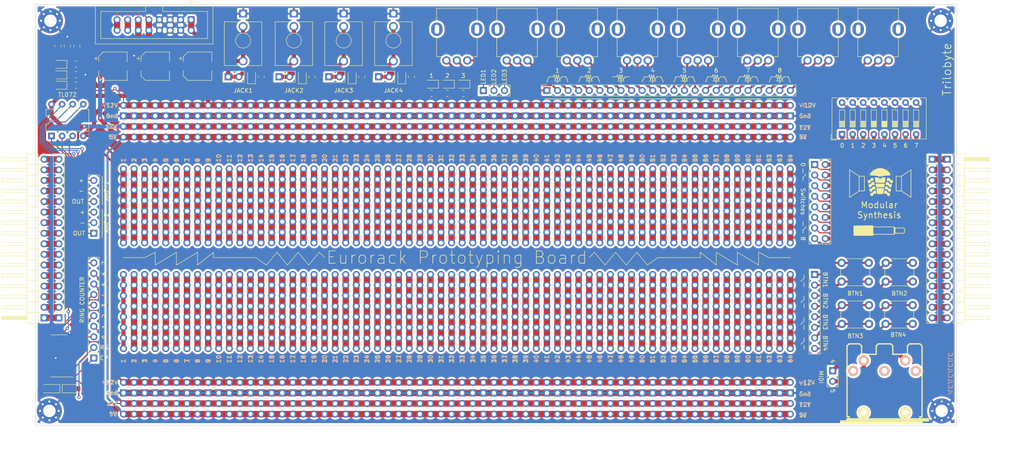
<source format=kicad_pcb>
(kicad_pcb (version 20211014) (generator pcbnew)
  (layers (0 "F.Cu" signal) (31 "B.Cu" signal) (34 "B.Paste" user) (35 "F.Paste" user) (36 "B.SilkS" user "B.Silkscreen") (37 "F.SilkS" user "F.Silkscreen") (38 "B.Mask" user) (39 "F.Mask" user) (44 "Edge.Cuts" user))
  (net 0 "")
  (net 1 "-12V")
  (net 2 "GND")
  (net 3 "+12V")
  (net 4 "Net-(D3-Pad2)")
  (net 5 "+5V")
  (net 6 "GATE")
  (net 7 "CV")
  (net 8 "Net-(D1-Pad1)")
  (net 9 "Net-(D2-Pad1)")
  (net 10 "Net-(D3-Pad1)")
  (net 11 "Net-(D4-Pad1)")
  (net 12 "Net-(D1-Pad2)")
  (net 13 "Net-(D2-Pad2)")
  (net 14 "Net-(D4-Pad2)")
  (net 15 "Net-(J9-Pad1)")
  (net 16 "Net-(J9-Pad2)")
  (net 17 "Net-(J9-Pad3)")
  (net 18 "Net-(J17-Pad1)")
  (net 19 "Net-(J17-Pad2)")
  (net 20 "Net-(J17-Pad3)")
  (net 21 "Net-(J17-Pad4)")
  (net 22 "Net-(J17-Pad5)")
  (net 23 "Net-(J17-Pad6)")
  (net 24 "Net-(J17-Pad7)")
  (net 25 "Net-(J17-Pad8)")
  (net 26 "Net-(J17-Pad9)")
  (net 27 "Net-(J17-Pad10)")
  (net 28 "Net-(J17-Pad11)")
  (net 29 "Net-(J17-Pad12)")
  (net 30 "Net-(J17-Pad13)")
  (net 31 "Net-(J17-Pad14)")
  (net 32 "Net-(J17-Pad15)")
  (net 33 "Net-(J17-Pad16)")
  (net 37 "Net-(J19-Pad4)")
  (net 38 "Net-(J21-Pad1)")
  (net 39 "Net-(J21-Pad2)")
  (net 40 "Net-(J21-Pad3)")
  (net 41 "Net-(J21-Pad4)")
  (net 42 "Net-(J21-Pad5)")
  (net 43 "Net-(J21-Pad6)")
  (net 44 "Net-(J21-Pad7)")
  (net 45 "Net-(J21-Pad8)")
  (net 46 "Net-(D6-Pad1)")
  (net 47 "Net-(D7-Pad1)")
  (net 48 "Net-(D8-Pad2)")
  (net 49 "Net-(J15-Pad16)")
  (net 50 "Net-(J15-Pad15)")
  (net 51 "Net-(J15-Pad14)")
  (net 52 "Net-(J15-Pad13)")
  (net 53 "Net-(J15-Pad12)")
  (net 54 "Net-(J15-Pad11)")
  (net 55 "Net-(J15-Pad10)")
  (net 56 "Net-(J15-Pad9)")
  (net 57 "Net-(J15-Pad8)")
  (net 58 "Net-(J15-Pad7)")
  (net 59 "Net-(J15-Pad6)")
  (net 60 "Net-(J15-Pad5)")
  (net 61 "Net-(J15-Pad4)")
  (net 62 "Net-(J15-Pad3)")
  (net 63 "Net-(J15-Pad2)")
  (net 64 "Net-(J15-Pad1)")
  (net 65 "Net-(J9-Pad4)")
  (net 66 "Net-(D10-Pad1)")
  (net 67 "Net-(D10-Pad2)")
  (net 70 "/CNT_RESET")
  (net 71 "/CNT_CLK")
  (net 72 "Net-(J9-Pad5)")
  (net 73 "Net-(J9-Pad6)")
  (net 74 "Net-(J9-Pad7)")
  (net 75 "Net-(J9-Pad8)")
  (net 76 "Net-(J9-Pad9)")
  (net 77 "Net-(J9-Pad10)")
  (net 78 "Net-(J9-Pad11)")
  (net 79 "Net-(J9-Pad12)")
  (net 80 "Net-(J9-Pad13)")
  (net 81 "Net-(J9-Pad14)")
  (net 82 "Net-(J9-Pad15)")
  (net 83 "Net-(J9-Pad16)")
  (net 84 "Net-(J9-Pad17)")
  (net 85 "Net-(J9-Pad18)")
  (net 86 "Net-(J9-Pad19)")
  (net 87 "Net-(J9-Pad20)")
  (net 88 "Net-(J9-Pad21)")
  (net 89 "Net-(J9-Pad22)")
  (net 90 "Net-(J9-Pad23)")
  (net 91 "Net-(J9-Pad24)")
  (net 92 "Net-(J19-Pad5)")
  (net 93 "Net-(J11-Pad1)")
  (net 94 "Net-(J11-Pad2)")
  (net 95 "Net-(J11-Pad3)")
  (net 96 "Net-(D5-Pad1)")
  (net 97 "Net-(D5-Pad2)")
  (net 98 "Net-(D11-Pad1)")
  (net 99 "Net-(D11-Pad2)")
  (net 100 "Net-(D12-Pad1)")
  (net 101 "Net-(D12-Pad2)")
  (net 102 "Net-(J11-Pad4)")
  (net 103 "Net-(J11-Pad5)")
  (net 104 "Net-(J11-Pad6)")
  (net 105 "Net-(J11-Pad7)")
  (net 106 "Net-(J11-Pad8)")
  (net 107 "Net-(J11-Pad9)")
  (net 108 "Net-(J11-Pad10)")
  (net 109 "Net-(J11-Pad11)")
  (net 110 "Net-(J11-Pad12)")
  (net 111 "Net-(J11-Pad13)")
  (net 112 "Net-(J11-Pad14)")
  (net 113 "Net-(J11-Pad15)")
  (net 114 "Net-(J11-Pad16)")
  (net 115 "Net-(J12-Pad1)")
  (net 116 "Net-(J12-Pad2)")
  (net 117 "Net-(J12-Pad3)")
  (net 118 "Net-(J12-Pad4)")
  (net 119 "Net-(J12-Pad5)")
  (net 120 "Net-(J12-Pad6)")
  (net 121 "Net-(J13-Pad3)")
  (net 122 "Net-(J13-Pad4)")
  (net 123 "Net-(J13-Pad5)")
  (net 124 "Net-(J13-Pad6)")
  (net 125 "Net-(J13-Pad7)")
  (net 126 "Net-(J13-Pad8)")
  (net 127 "Net-(J13-Pad9)")
  (net 128 "Net-(J13-Pad10)")
  (footprint "MountingHole:MountingHole_3mm_Pad_Via" (layer "F.Cu") (at 41.656 45.466)
    (fp_text reference "H4" hide)
    (fp_text value "MountingHole_Pad" hide)
  )
  (footprint "LIBRARY-8-bit-computer:alpha-9mm-potentiometer" (layer "F.Cu") (at 153.573714 47.769 90)
    (fp_text reference "RV2" hide)
    (fp_text value "R_Potentiometer_US" hide)
  )
  (footprint "Package_DIP:DIP-8_W7.62mm" (layer "F.Cu") (at 41.92 73.142 90)
    (fp_text reference "U3" hide)
    (fp_text value "TL072")
  )
  (footprint "LIBRARY-8-bit-computer:alpha-9mm-potentiometer" (layer "F.Cu") (at 196.898856 47.769 90)
    (fp_text reference "RV5" hide)
    (fp_text value "R_Potentiometer_US" hide)
  )
  (footprint "Connector_PinHeader_2.54mm:PinHeader_1x10_P2.54mm_Vertical" (layer "F.Cu") (at 52.07 126.492 180)
    (fp_text reference "J13" hide)
    (fp_text value "Conn_01x10" hide)
  )
  (footprint "LIBRARY-8-bit-computer:MIDI_DIN5" (layer "F.Cu") (at 241.808 132.588)
    (fp_text reference "J19" hide)
    (fp_text value "DIN-5_180degree" hide)
  )
  (footprint "Connector_PinSocket_2.54mm:PinSocket_1x24_P2.54mm_Vertical" (layer "F.Cu") (at 160.792 62.205 90)
    (fp_text reference "J9" hide)
    (fp_text value "Conn_01x24" hide)
  )
  (footprint "LIBRARY-8-bit-computer:alpha-9mm-potentiometer" (layer "F.Cu") (at 225.782284 47.769 90)
    (fp_text reference "RV7" hide)
    (fp_text value "R_Potentiometer_US" hide)
  )
  (footprint "LED_SMD:LED_0805_2012Metric-Blue" (layer "F.Cu") (at 43.9295 58.486 180)
    (fp_text reference "D6" hide)
    (fp_text value "LED" hide)
  )
  (footprint "LED_SMD:LED_0805_2012Metric-Blue" (layer "F.Cu") (at 140.6375 60.706 180)
    (fp_text reference "D5" hide)
    (fp_text value "LED" hide)
  )
  (footprint "Resistor_SMD:R_0805_2012Metric" (layer "F.Cu") (at 133.096 62.9135 180)
    (fp_text reference "R7" hide)
    (fp_text value "R_Small_US" hide)
  )
  (footprint "LIBRARY-8-bit-computer:3.5mm-mono-jack-eurorack-2" (layer "F.Cu") (at 100.071 50.324)
    (fp_text reference "J2" hide)
    (fp_text value "AudioJack2_Ground" hide)
  )
  (footprint "Connector_PinHeader_2.54mm:PinHeader_1x16_P2.54mm_Horizontal" (layer "F.Cu") (at 256.856 78.74)
    (fp_text reference "J18" hide)
    (fp_text value "Conn_01x16" hide)
  )
  (footprint "LIBRARY-8-bit-computer:Trilobyte-7mm" (layer "F.Cu") (at 240.997045 76.260078)
    (fp_text reference "REF**" hide)
    (fp_text value "Trilobyte-7mm" hide)
  )
  (footprint "Resistor_SMD:R_0805_2012Metric" (layer "F.Cu") (at 47.752 55.88)
    (fp_text reference "R9" hide)
    (fp_text value "R_Small_US" hide)
  )
  (footprint "Connector_PinHeader_2.54mm:PinHeader_1x06_P2.54mm_Vertical" (layer "F.Cu") (at 52.07 96.52 180)
    (fp_text reference "J12" hide)
    (fp_text value "Conn_01x06" hide)
  )
  (footprint "Resistor_SMD:R_0805_2012Metric" (layer "F.Cu") (at 47.752 58.42)
    (fp_text reference "R8" hide)
    (fp_text value "R_Small_US" hide)
  )
  (footprint "Diode_SMD:D_SOD-123" (layer "F.Cu") (at 46.736 133.858)
    (fp_text reference "D9" hide)
    (fp_text value "BAT43W-V" hide)
  )
  (footprint "Button_Switch_THT:SW_PUSH_6mm" (layer "F.Cu") (at 242.114 103.632)
    (fp_text reference "SW3" hide)
    (fp_text value "SW_Push" hide)
  )
  (footprint "Connector_PinHeader_2.54mm:PinHeader_1x03_P2.54mm_Vertical" (layer "F.Cu") (at 145.542 62.23 90)
    (fp_text reference "J10" hide)
    (fp_text value "Conn_01x03" hide)
  )
  (footprint "LED_SMD:LED_0805_2012Metric-Blue" (layer "F.Cu") (at 136.906 60.706 180)
    (fp_text reference "D11" hide)
    (fp_text value "LED" hide)
  )
  (footprint "Resistor_SMD:R_0805_2012Metric" (layer "F.Cu") (at 104.394 58.928 90)
    (fp_text reference "R2" hide)
    (fp_text value "R_Small_US" hide)
  )
  (footprint "LIBRARY-8-bit-computer:alpha-9mm-potentiometer" (layer "F.Cu") (at 168.015428 47.769 90)
    (fp_text reference "RV3" hide)
    (fp_text value "R_Potentiometer_US" hide)
  )
  (footprint "Resistor_SMD:R_0805_2012Metric" (layer "F.Cu") (at 43.434 51.562 90)
    (fp_text reference "R10" hide)
    (fp_text value "R_Small_US" hide)
  )
  (footprint "LED_SMD:LED_0805_2012Metric-Blue" (layer "F.Cu") (at 125.989 58.928 90)
    (fp_text reference "D4" hide)
    (fp_text value "LED" hide)
  )
  (footprint "Connector_PinHeader_2.54mm:PinHeader_1x02_P2.54mm_Vertical" (layer "F.Cu") (at 84.328 58.928 90)
    (fp_text reference "J1" hide)
    (fp_text value "Conn_01x02" hide)
  )
  (footprint "Connector_PinHeader_2.54mm:PinHeader_1x02_P2.54mm_Vertical" (layer "F.Cu") (at 96.515 58.928 90)
    (fp_text reference "J4" hide)
    (fp_text value "Conn_01x02" hide)
  )
  (footprint "LIBRARY-8-bit-computer:3.5mm-mono-jack-eurorack-2" (layer "F.Cu") (at 112.014 50.324)
    (fp_text reference "J5" hide)
    (fp_text value "AudioJack2_Ground" hide)
  )
  (footprint "MountingHole:MountingHole_3mm_Pad_Via" (layer "F.Cu") (at 255.27 45.466)
    (fp_text reference "H2" hide)
    (fp_text value "MountingHole_Pad" hide)
  )
  (footprint "MountingHole:MountingHole_3mm_Pad_Via" (layer "F.Cu") (at 41.402 139.192)
    (fp_text reference "H3" hide)
    (fp_text value "MountingHole_Pad" hide)
  )
  (footprint "LIBRARY-8-bit-computer:alpha-9mm-potentiometer" (layer "F.Cu") (at 240.224 47.769 90)
    (fp_text reference "RV8" hide)
    (fp_text value "R_Potentiometer_US" hide)
  )
  (footprint "LIBRARY-8-bit-computer:alpha-9mm-potentiometer" (layer "F.Cu") (at 182.457142 47.769 90)
    (fp_text reference "RV4" hide)
    (fp_text value "R_Potentiometer_US" hide)
  )
  (footprint "Package_SO:SOIC-16_3.9x9.9mm_P1.27mm" (layer "F.Cu") (at 43.688 125.984 180)
    (fp_text reference "U4" hide)
    (fp_text value "4017" hide)
  )
  (footprint "Button_Switch_THT:SW_DIP_SPSTx08_Slide_9.78x22.5mm_W7.62mm_P2.54mm" (layer "F.Cu") (at 231.623 72.73725 90)
    (fp_text reference "SW1" hide)
    (fp_text value "SW_DIP_x08" hide)
  )
  (footprint "Connector_PinHeader_2.54mm:PinHeader_1x02_P2.54mm_Vertical" (layer "F.Cu") (at 108.458 58.928 90)
    (fp_text reference "J6" hide)
    (fp_text value "Conn_01x02" hide)
  )
  (footprint "LED_SMD:LED_0805_2012Metric-Blue" (layer "F.Cu") (at 43.9295 55.946 180)
    (fp_text reference "D7" hide)
    (fp_text value "LED" hide)
  )
  (footprint "Connector_PinHeader_2.54mm:PinHeader_1x02_P2.54mm_Vertical" (layer "F.Cu") (at 229.362 129.54389)
    (fp_text reference "J20" hide)
    (fp_text value "Conn_01x02" hide)
  )
  (footprint "Diode_SMD:D_SOD-123" (layer "F.Cu") (at 41.656 133.858 180)
    (fp_text reference "D10" hide)
    (fp_text value "BAT43W-V" hide)
  )
  (footprint "LED_SMD:LED_0805_2012Metric-Blue" (layer "F.Cu") (at 89.921 58.928 90)
    (fp_text reference "D1" hide)
    (fp_text value "LED" hide)
  )
  (footprint "Resistor_SMD:R_0805_2012Metric" (layer "F.Cu") (at 136.906 62.9135 180)
    (fp_text reference "R6" hide)
    (fp_text value "R_Small_US" hide)
  )
  (footprint "LIBRARY-8-bit-computer:IDC-Socket-Eurorack_16p_2.54mm" (layer "F.Cu") (at 66.56 46.494 90)
    (fp_text reference "U1" hide)
    (fp_text value "Eurorack_IDE_16P" hide)
  )
  (footprint "LED_SMD:LED_0805_2012Metric-Blue" (layer "F.Cu") (at 133.096 60.706 180)
    (fp_text reference "D12" hide)
    (fp_text value "LED" hide)
  )
  (footprint "LIBRARY-8-bit-computer:alpha-9mm-potentiometer" (layer "F.Cu") (at 139.132 47.769 90)
    (fp_text reference "RV1" hide)
    (fp_text value "R_Potentiometer_US" hide)
  )
  (footprint "Button_Switch_THT:SW_PUSH_6mm" (layer "F.Cu") (at 242.062 113.792)
    (fp_text reference "SW5" hide)
    (fp_text value "SW_Push" hide)
  )
  (footprint "Capacitor_SMD:C_0805_2012Metric" (layer "F.Cu") (at 47.752 60.96)
    (fp_text reference "C1" hide)
    (fp_text value "C" hide)
  )
  (footprint "Capacitor_SMD:CP_Elec_6.3x7.7" (layer "F.Cu") (at 66.814 56.3905)
    (fp_text reference "C4" hide)
    (fp_text value "C_Polarized_Small_US" hide)
  )
  (footprint "Connector_PinHeader_2.54mm:PinHeader_1x16_P2.54mm_Vertical" (layer "F.Cu") (at 43.688 116.84 180)
    (fp_text reference "J15" hide)
    (fp_text value "Conn_01x16" hide)
  )
  (footprint "Capacitor_SMD:C_0805_2012Metric" (layer "F.Cu") (at 48.006 51.562 90)
    (fp_text reference "C3" hide)
    (fp_text value "C" hide)
  )
  (footprint "LED_SMD:LED_0805_2012Metric-Blue" (layer "F.Cu") (at 102.108 58.928 90)
    (fp_text reference "D2" hide)
    (fp_text value "LED" hide)
  )
  (footprint "Resistor_SMD:R_0805_2012Metric" (layer "F.Cu") (at 128.275 58.928 90)
    (fp_text reference "R4" hide)
    (fp_text value "R_Small_US" hide)
  )
  (footprint "Connector_PinHeader_2.54mm:PinHeader_2x08_P2.54mm_Vertical" (layer "F.Cu") (at 225.044 80.01)
    (fp_text reference "J11" hide)
    (fp_text value "Conn_02x08_Odd_Even" hide)
  )
  (footprint "Connector_PinHeader_2.54mm:PinHeader_1x16_P2.54mm_Horizontal" (layer "F.Cu") (at 40.132 116.84 180)
    (fp_text reference "J16" hide)
    (fp_text value "Conn_01x16" hide)
  )
  (footprint "LED_SMD:LED_0805_2012Metric-Blue" (layer "F.Cu") (at 43.942 60.96 180)
    (fp_text reference "D8" hide)
    (fp_text value "LED" hide)
  )
  (footprint "Connector_PinHeader_2.54mm:PinHeader_1x08_P2.54mm_Vertical" (layer "F.Cu") (at 225.044 106.426)
    (fp_text reference "J21" hide)
    (fp_text value "Conn_01x08" hide)
  )
  (footprint "LIBRARY-8-bit-computer:3.5mm-mono-jack-eurorack-2" (layer "F.Cu") (at 87.884 50.324)
    (fp_text reference "J3" hide)
    (fp_text value "AudioJack2_Ground" hide)
  )
  (footprint "Resistor_SMD:R_0805_2012Metric" (layer "F.Cu") (at 92.207 58.928 90)
    (fp_text reference "R1" hide)
    (fp_text value "R_Small_US" hide)
  )
  (footprint "Resistor_SMD:R_0805_2012Metric" (layer "F.Cu") (at 140.716 62.9135 180)
    (fp_text reference "R5" hide)
    (fp_text value "R_Small_US" hide)
  )
  (footprint "Capacitor_SMD:CP_Elec_6.3x7.7" (layer "F.Cu") (at 56.654 56.3905)
    (fp_text reference "C6" hide)
    (fp_text value "C_Polarized_Small_US" hide)
  )
  (footprint "MountingHole:MountingHole_3mm_Pad_Via" (layer "F.Cu") (at 255.524 139.192)
    (fp_text reference "H1" hide)
    (fp_text value "MountingHole_Pad" hide)
  )
  (footprint "Connector_PinHeader_2.54mm:PinHeader_1x16_P2.54mm_Vertical" (layer "F.Cu") (at 253.238 78.74)
    (fp_text reference "J17" hide)
    (fp_text value "Conn_01x16" hide)
  )
  (footprint "LIBRARY-8-bit-computer:Prototype-Board-Eurorack" (layer "F.Cu") (at 140.462 70.866)
    (fp_text reference "REF**" hide)
    (fp_text value "Prototype-Board-Eurorack" hide)
  )
  (footprint "LED_SMD:LED_0805_2012Metric-Blue" (layer "F.Cu") (at 114.051 58.928 90)
    (fp_text reference "D3" hide)
    (fp_text value "LED" hide)
  )
  (footprint "Resistor_SMD:R_0805_2012Metric" (layer "F.Cu") (at 116.337 58.928 90)
    (fp_text reference "R3" hide)
    (fp_text value "R_Small_US" hide)
  )
  (footprint "Capacitor_SMD:C_0805_2012Metric" (layer "F.Cu") (at 45.72 51.562 90)
    (fp_text reference "C2" hide)
    (fp_text value "C" hide)
  )
  (footprint "LIBRARY-8-bit-computer:3.5mm-mono-jack-eurorack-2" (layer "F.Cu") (at 123.952 50.324)
    (fp_text reference "J7" hide)
    (fp_text value "AudioJack2_Ground" hide)
  )
  (footprint "Connector_PinHeader_2.54mm:PinHeader_1x02_P2.54mm_Vertical" (layer "F.Cu") (at 120.396 58.928 90)
    (fp_text reference "J8" hide)
    (fp_text value "Conn_01x02" hide)
  )
  (footprint "Button_Switch_THT:SW_PUSH_6mm" (layer "F.Cu") (at 231.573 113.792)
    (fp_text reference "SW4" hide)
    (fp_text value "SW_Push" hide)
  )
  (footprint "Button_Switch_THT:SW_PUSH_6mm" (layer "F.Cu") (at 231.521 103.632)
    (fp_text reference "SW2" hide)
    (fp_text value "SW_Push" hide)
  )
  (footprint "LIBRARY-8-bit-computer:alpha-9mm-potentiometer" (layer "F.Cu") (at 211.34057 47.769 90)
    (fp_text reference "RV6" hide)
    (fp_text value "R_Potentiometer_US" hide)
  )
  (footprint "Capacitor_SMD:CP_Elec_6.3x7.7" (layer "F.Cu") (at 76.974 56.3905)
    (fp_text reference "C5" hide)
    (fp_text value "C_Polarized_Small_US" hide)
  )
  (gr_line (start 193.294 59.69) (end 193.548 58.42) (layer "F.SilkS") (width 0.15))
  (gr_line (start 222.504 124.46) (end 222.504 123.444) (layer "F.SilkS") (width 0.15))
  (gr_line (start 244.094 96.774) (end 242.062 96.774) (layer "F.SilkS") (width 0.15))
  (gr_line (start 222.504 122.428) (end 221.742 123.19) (layer "F.SilkS") (width 0.15))
  (gr_line (start 222.25 83.82) (end 222.25 83.058) (layer "F.SilkS") (width 0.15))
  (gr_line (start 244.348 95.25) (end 244.348 96.52) (layer "F.SilkS") (width 0.15))
  (gr_line (start 207.01 58.928) (end 206.502 60.198) (layer "F.SilkS") (width 0.15))
  (gr_line (start 162.814 59.69) (end 163.068 58.42) (layer "F.SilkS") (width 0.15))
  (gr_line (start 208.534 59.69) (end 208.788 58.42) (layer "F.SilkS") (width 0.15))
  (gr_line (start 185.674 59.69) (end 185.928 58.42) (layer "F.SilkS") (width 0.15))
  (gr_line (start 189.23 64.262) (end 183.134 64.262) (layer "F.SilkS") (width 0.15))
  (gr_line (start 171.704 59.944) (end 170.18 59.944) (layer "F.SilkS") (width 0.15))
  (gr_line (start 217.17 59.69) (end 217.678 58.928) (layer "F.SilkS") (width 0.15))
  (gr_line (start 244.348 95.25) (end 246.38 95.25) (layer "F.SilkS") (width 0.15))
  (gr_rect (start 236.982 86.36) (end 235.712 82.804) (layer "F.SilkS") (width 0.15) (fill none))
  (gr_rect (start 239.014 94.742) (end 234.442 97.028) (layer "F.SilkS") (width 0.15) (fill solid))
  (gr_line (start 169.926 58.928) (end 170.18 58.42) (layer "F.SilkS") (width 0.15))
  (gr_line (start 179.578 58.928) (end 180.594 58.928) (layer "F.SilkS") (width 0.15))
  (gr_line (start 171.958 58.928) (end 172.974 58.928) (layer "F.SilkS") (width 0.15))
  (gr_line (start 179.324 59.944) (end 177.8 59.944) (layer "F.SilkS") (width 0.15))
  (gr_line (start 164.338 58.928) (end 165.354 58.928) (layer "F.SilkS") (width 0.15))
  (gr_line (start 176.53 58.928) (end 177.546 58.928) (layer "F.SilkS") (width 0.15))
  (gr_line (start 222.504 109.347) (end 222.504 108.331) (layer "F.SilkS") (width 0.15))
  (gr_line (start 212.09 64.262) (end 205.994 64.262) (layer "F.SilkS") (width 0.15))
  (gr_line (start 170.942 59.69) (end 171.196 58.42) (layer "F.SilkS") (width 0.15))
  (gr_line (start 170.688 58.42) (end 170.942 59.69) (layer "F.SilkS") (width 0.15))
  (gr_line (start 222.504 111.633) (end 222.504 112.395) (layer "F.SilkS") (width 0.15))
  (gr_line (start 218.694 58.928) (end 219.202 60.198) (layer "F.SilkS") (width 0.15))
  (gr_line (start 200.66 58.42) (end 200.914 59.69) (layer "F.SilkS") (width 0.15))
  (gr_line (start 239.014 94.742) (end 236.474 94.742) (layer "F.SilkS") (width 0.15))
  (gr_line (start 244.221 95.123) (end 244.221 96.647) (layer "F.SilkS") (width 0.15))
  (gr_line (start 242.062 96.774) (end 239.014 96.774) (layer "F.SilkS") (width 0.15))
  (gr_line (start 208.788 58.42) (end 209.042 59.69) (layer "F.SilkS") (width 0.15))
  (gr_line (start 233.426 81.28) (end 235.712 82.804) (layer "F.SilkS") (width 0.15))
  (gr_line (start 177.8 58.42) (end 178.054 59.69) (layer "F.SilkS") (width 0.15))
  (gr_line (start 242.57 94.996) (end 244.094 94.996) (layer "F.SilkS") (width 0.15))
  (gr_line (start 233.426 87.884) (end 233.426 81.28) (layer "F.SilkS") (width 0.15))
  (gr_line (start 201.676 58.42) (end 201.93 59.69) (layer "F.SilkS") (width 0.15))
  (gr_line (start 248.158 81.28) (end 248.158 87.884) (layer "F.SilkS") (width 0.15))
  (gr_line (start 222.25 93.726) (end 222.25 94.742) (layer "F.SilkS") (width 0.15))
  (gr_line (start 199.39 58.928) (end 200.406 58.928) (layer "F.SilkS") (width 0.15))
  (gr_line (start 217.678 58.928) (end 218.694 58.928) (layer "F.SilkS") (width 0.15))
  (gr_line (start 216.916 58.42) (end 217.17 59.69) (layer "F.SilkS") (width 0.15))
  (gr_line (start 201.93 59.69) (end 202.438 58.928) (layer "F.SilkS") (width 0.15))
  (gr_line (start 170.434 59.69) (end 170.688 58.42) (layer "F.SilkS") (width 0.15))
  (gr_line (start 246.634 95.504) (end 246.634 96.266) (layer "F.SilkS") (width 0.15))
  (gr_line (start 214.63 58.928) (end 214.122 60.198) (layer "F.SilkS") (width 0.15))
  (gr_line (start 216.662 59.69) (end 216.916 58.42) (layer "F.SilkS") (width 0.15))
  (gr_line (start 193.802 60.452) (end 193.802 59.944) (layer "F.SilkS") (width 0.15))
  (gr_line (start 222.504 117.602) (end 221.742 118.364) (layer "F.SilkS") (width 0.15))
  (gr_line (start 246.38 95.25) (end 246.634 95.504) (layer "F.SilkS") (width 0.15))
  (gr_line (start 214.63 58.928) (end 215.646 58.928) (layer "F.SilkS") (width 0.15))
  (gr_line (start 222.504 121.666) (end 222.504 122.428) (layer "F.SilkS") (width 0.15))
  (gr_line (start 166.37 64.262) (end 160.274 64.262) (layer "F.SilkS") (width 0.15))
  (gr_line (start 161.29 58.928) (end 160.782 60.198) (layer "F.SilkS") (width 0.15))
  (gr_line (start 222.25 83.058) (end 223.012 82.296) (layer "F.SilkS") (width 0.15))
  (gr_line (start 193.548 58.42) (end 193.802 59.69) (layer "F.SilkS") (width 0.15))
  (gr_line (start 207.01 58.928) (end 208.026 58.928) (layer "F.SilkS") (width 0.15))
  (gr_line (start 193.04 58.42) (end 193.294 59.69) (layer "F.SilkS") (width 0.15))
  (gr_line (start 216.662 60.452) (end 216.662 59.944) (layer "F.SilkS") (width 0.15))
  (gr_line (start 209.042 59.69) (end 209.296 58.42) (layer "F.SilkS") (width 0.15))
  (gr_line (start 222.25 95.758) (end 223.012 94.996) (layer "F.SilkS") (width 0.15))
  (gr_line (start 178.562 60.452) (end 178.562 59.944) (layer "F.SilkS") (width 0.15))
  (gr_line (start 170.18 58.42) (end 170.434 59.69) (layer "F.SilkS") (width 0.15))
  (gr_line (start 185.42 58.42) (end 185.674 59.69) (layer "F.SilkS") (width 0.15))
  (gr_line (start 208.28 58.42) (end 208.534 59.69) (layer "F.SilkS") (width 0.15))
  (gr_line (start 191.77 58.928) (end 191.262 60.198) (layer "F.SilkS") (width 0.15))
  (gr_line (start 199.39 58.928) (end 198.882 60.198) (layer "F.SilkS") (width 0.15))
  (gr_line (start 222.504 116.84) (end 222.504 117.602) (layer "F.SilkS") (width 0.15))
  (gr_line (start 194.564 59.944) (end 193.04 59.944) (layer "F.SilkS") (width 0.15))
  (gr_line (start 222.25 81.026) (end 222.25 82.042) (layer "F.SilkS") (width 0.15))
  (gr_line (start 222.504 106.553) (end 222.504 107.315) (layer "F.SilkS") (width 0.15))
  (gr_line (start 239.014 94.996) (end 242.57 94.996) (layer "F.SilkS") (width 0.15))
  (gr_line (start 172.974 58.928) (end 173.482 60.198) (layer "F.SilkS") (width 0.15))
  (gr_line (start 203.454 58.928) (end 203.962 60.198) (layer "F.SilkS") (width 0.15))
  (gr_line (start 164.084 59.944) (end 162.56 59.944) (layer "F.SilkS") (width 0.15))
  (gr_line (start 195.834 58.928) (end 196.342 60.198) (layer "F.SilkS") (width 0.15))
  (gr_line (start 216.154 59.69) (end 216.408 58.42) (layer "F.SilkS") (width 0.15))
  (gr_line (start 171.196 58.42) (end 171.45 59.69) (layer "F.SilkS") (width 0.15))
  (gr_line (start 163.576 58.42) (end 163.83 59.69) (layer "F.SilkS") (width 0.15))
  (gr_line (start 208.026 58.928) (end 208.28 58.42) (layer "F.SilkS") (width 0.15))
  (gr_line (start 181.61 64.262) (end 175.514 64.262) (layer "F.SilkS") (width 0.15))
  (gr_line (start 209.042 60.452) (end 209.042 59.944) (layer "F.SilkS") (width 0.15))
  (gr_line (start 178.562 59.69) (end 178.816 58.42) (layer "F.SilkS") (width 0.15))
  (gr_line (start 204.47 64.262) (end 198.374 64.262) (layer "F.SilkS") (width 0.15))
  (gr_line (start 239.014 94.996) (end 239.014 96.774) (layer "F.SilkS") (width 0.15))
  (gr_line (start 215.646 58.928) (end 215.9 58.42) (layer "F.SilkS") (width 0.15))
  (gr_line (start 211.074 58.928) (end 211.582 60.198) (layer "F.SilkS") (width 0.15))
  (gr_line (start 188.214 58.928) (end 188.722 60.198) (layer "F.SilkS") (width 0.15))
  (gr_line (start 209.296 58.42) (end 209.55 59.69) (layer "F.SilkS") (width 0.15))
  (gr_line (start 248.158 87.884) (end 245.872 86.36) (layer "F.SilkS") (width 0.15))
  (gr_line (start 178.816 58.42) (end 179.07 59.69) (layer "F.SilkS") (width 0.15))
  (gr_line (start 222.504 112.395) (end 221.742 113.157) (layer "F.SilkS") (width 0.15))
  (gr_line (start 168.91 58.928) (end 168.402 60.198) (layer "F.SilkS") (width 0.15))
  (gr_line (start 244.094 94.996) (end 244.348 95.25) (layer "F.SilkS") (width 0.15))
  (gr_line (start 219.71 64.262) (end 213.614 64.262) (layer "F.SilkS") (width 0.15))
  (gr_line (start 244.094 94.996) (end 244.094 96.774) (layer "F.SilkS") (width 0.15))
  (gr_line (start 186.944 59.944) (end 185.42 59.944) (layer "F.SilkS") (width 0.15))
  (gr_line (start 194.31 59.69) (end 194.818 58.928) (layer "F.SilkS") (width 0.15))
  (gr_line (start 201.168 58.42) (end 201.422 59.69) (layer "F.SilkS") (width 0.15))
  (gr_line (start 177.546 58.928) (end 177.8 58.42) (layer "F.SilkS") (width 0.15))
  (gr_line (start 186.182 60.452) (end 186.182 59.944) (layer "F.SilkS") (width 0.15))
  (gr_line (start 222.504 119.634) (end 222.504 118.618) (layer "F.SilkS") (width 0.15))
  (gr_line (start 171.45 59.69) (end 171.958 58.928) (layer "F.SilkS") (width 0.15))
  (gr_line (start 163.322 59.69) (end 163.576 58.42) (layer "F.SilkS") (width 0.15))
  (gr_line (start 239.014 96.774) (end 239.014 97.028) (layer "F.SilkS") (width 0.15))
  (gr_line (start 222.25 96.52) (end 222.25 95.758) (layer "F.SilkS") (width 0.15))
  (gr_line (start 193.802 59.69) (end 194.056 58.42) (layer "F.SilkS") (width 0.15))
  (gr_line (start 244.348 96.52) (end 244.094 96.774) (layer "F.SilkS") (width 0.15))
  (gr_line (start 201.422 59.69) (end 201.676 58.42) (layer "F.SilkS") (width 0.15))
  (gr_line (start 200.406 58.928) (end 200.66 58.42) (layer "F.SilkS") (width 0.15))
  (gr_line (start 170.942 60.452) (end 170.942 59.944) (layer "F.SilkS") (width 0.15))
  (gr_line (start 196.85 64.262) (end 190.754 64.262) (layer "F.SilkS") (width 0.15))
  (gr_line (start 202.184 59.944) (end 200.66 59.944) (layer "F.SilkS") (width 0.15))
  (gr_line (start 194.056 58.42) (end 194.31 59.69) (layer "F.SilkS") (width 0.15))
  (gr_line (start 178.308 58.42) (end 178.562 59.69) (layer "F.SilkS") (width 0.15))
  (gr_line (start 222.504 107.315) (end 221.742 108.077) (layer "F.SilkS") (width 0.15))
  (gr_line (start 239.014 94.996) (end 239.014 94.742) (layer "F.SilkS") (width 0.15))
  (gr_line (start 184.15 58.928) (end 183.642 60.198) (layer "F.SilkS") (width 0.15))
  (gr_line (start 185.928 58.42) (end 186.182 59.69) (layer "F.SilkS") (width 0.15))
  (gr_line (start 216.408 58.42) (end 216.662 59.69) (layer "F.SilkS") (width 0.15))
  (gr_line (start 163.068 58.42) (end 163.322 59.69) (layer "F.SilkS") (width 0.15))
  (gr_line (start 245.872 82.804) (end 248.158 81.28) (layer "F.SilkS") (width 0.15))
  (gr_line (start 162.306 58.928) (end 162.56 58.42) (layer "F.SilkS") (width 0.15))
  (gr_line (start 215.9 58.42) (end 216.154 59.69) (layer "F.SilkS") (width 0.15))
  (gr_line (start 187.198 58.928) (end 188.214 58.928) (layer "F.SilkS") (width 0.15))
  (gr_line (start 163.322 60.452) (end 163.322 59.944) (layer "F.SilkS") (width 0.15))
  (gr_line (start 184.15 58.928) (end 185.166 58.928) (layer "F.SilkS") (width 0.15))
  (gr_line (start 235.712 86.36) (end 233.426 87.884) (layer "F.SilkS") (width 0.15))
  (gr_line (start 163.83 59.69) (end 164.338 58.928) (layer "F.SilkS") (width 0.15))
  (gr_line (start 186.69 59.69) (end 187.198 58.928) (layer "F.SilkS") (width 0.15))
  (gr_line (start 222.504 114.427) (end 222.504 113.411) (layer "F.SilkS") (width 0.15))
  (gr_line (start 209.804 59.944) (end 208.28 59.944) (layer "F.SilkS") (width 0.15))
  (gr_line (start 202.438 58.928) (end 203.454 58.928) (layer "F.SilkS") (width 0.15))
  (gr_line (start 168.91 58.928) (end 169.926 58.928) (layer "F.SilkS") (width 0.15))
  (gr_line (start 162.56 58.42) (end 162.814 59.69) (layer "F.SilkS") (width 0.15))
  (gr_line (start 54.102 82.804) (end 54.102 89.662) (layer "F.SilkS") (width 0.15))
  (gr_rect (start 244.602 82.804) (end 245.872 86.36) (layer "F.SilkS") (width 0.15) (fill none))
  (gr_line (start 185.166 58.928) (end 185.42 58.42) (layer "F.SilkS") (width 0.15))
  (gr_line (start 178.054 59.69) (end 178.308 58.42) (layer "F.SilkS") (width 0.15))
  (gr_line (start 209.55 59.69) (end 210.058 58.928) (layer "F.SilkS") (width 0.15))
  (gr_line (start 192.786 58.928) (end 193.04 58.42) (layer "F.SilkS") (width 0.15))
  (gr_line (start 191.77 58.928) (end 192.786 58.928) (layer "F.SilkS") (width 0.15))
  (gr_line (start 217.424 59.944) (end 215.9 59.944) (layer "F.SilkS") (width 0.15))
  (gr_line (start 246.634 96.266) (end 246.38 96.52) (layer "F.SilkS") (width 0.15))
  (gr_line (start 173.99 64.262) (end 167.894 64.262) (layer "F.SilkS") (width 0.15))
  (gr_line (start 210.058 58.928) (end 211.074 58.928) (layer "F.SilkS") (width 0.15))
  (gr_line (start 186.182 59.69) (end 186.436 58.42) (layer "F.SilkS") (width 0.15))
  (gr_line (start 246.38 96.52) (end 244.856 96.52) (layer "F.SilkS") (width 0.15))
  (gr_line (start 201.422 60.452) (end 201.422 59.944) (layer "F.SilkS") (width 0.15))
  (gr_line (start 244.348 96.52) (end 244.856 96.52) (layer "F.SilkS") (width 0.15))
  (gr_line (start 194.818 58.928) (end 195.834 58.928) (layer "F.SilkS") (width 0.15))
  (gr_line (start 179.07 59.69) (end 179.578 58.928) (layer "F.SilkS") (width 0.15))
  (gr_line (start 186.436 58.42) (end 186.69 59.69) (layer "F.SilkS") (width 0.15))
  (gr_line (start 54.102 90.678) (end 54.102 97.536) (layer "F.SilkS") (width 0.15))
  (gr_line (start 239.014 97.028) (end 236.474 97.028) (layer "F.SilkS") (width 0.15))
  (gr_line (start 200.914 59.69) (end 201.168 58.42) (layer "F.SilkS") (width 0.15))
  (gr_line (start 165.354 58.928) (end 165.862 60.198) (layer "F.SilkS") (width 0.15))
  (gr_line (start 161.29 58.928) (end 162.306 58.928) (layer "F.SilkS") (width 0.15))
  (gr_rect (start 38.1 41.529) (end 259.08 142.621) (layer "Edge.Cuts") (width 0.1) (fill none))
  (gr_text "JLCJLCJLCJLC" (at 257.556 130.302 270) (layer "B.SilkS") (effects (font (size 1 1)) (justify mirror)))
  (gr_text "12V" (at 55.082 70.888) (layer "B.SilkS") (effects (font (size 1 1)) (justify right mirror)))
  (gr_text "5V" (at 223.266 73.406) (layer "B.SilkS") (effects (font (size 1 1)) (justify left mirror)))
  (gr_text "Gnd" (at 57.912 134.874) (layer "F.SilkS") (effects (font (size 1 1)) (justify right)))
  (gr_text "5V" (at 57.658 73.406) (layer "F.SilkS") (effects (font (size 1 1)) (justify right)))
  (gr_text "Trilobyte" (at 256.794 57.15 90) (layer "F.SilkS") (effects (font (size 2 2) (thickness 0.2))))
  (gr_text "3" (at 54.61 113.284 90) (layer "F.SilkS") (effects (font (size 1 1)) (justify right)))
  (gr_text "6" (at 246.888 75.438) (layer "F.SilkS") (effects (font (size 1 1))))
  (gr_text "1" (at 54.61 118.364 90) (layer "F.SilkS") (effects (font (size 1 1)) (justify right)))
  (gr_text "LED2" (at 148.082 58.928 90) (layer "F.SilkS") (effects (font (size 1 1))))
  (gr_text "5" (at 244.348 75.438) (layer "F.SilkS") (effects (font (size 1 1))))
  (gr_text "7" (at 54.61 103.124 90) (layer "F.SilkS") (effects (font (size 1 1)) (justify right)))
  (gr_text "4" (at 54.61 110.744 90) (layer "F.SilkS") (effects (font (size 1 1)) (justify right)))
  (gr_text "8" (at 216.662 57.404) (layer "F.SilkS") (effects (font (size 1 1))))
  (gr_text "3" (at 239.268 75.438) (layer "F.SilkS") (effects (font (size 1 1))))
  (gr_text "+" (at 49.784 83.82) (layer "F.SilkS") (effects (font (size 1 1)) (justify right)))
  (gr_text "Modular\nSynthesis" (at 240.538 90.932) (layer "F.SilkS") (effects (font (size 1.5 1.5) (thickness 0.2))))
  (gr_text "0" (at 54.61 120.904 90) (layer "F.SilkS") (effects (font (size 1 1)) (justify right)))
  (gr_text "7" (at 209.042 57.404) (layer "F.SilkS") (effects (font (size 1 1))))
  (gr_text "-12V" (at 57.912 65.786) (layer "F.SilkS") (effects (font (size 1 1)) (justify right)))
  (gr_text "RS" (at 55.626 123.952) (layer "F.SilkS") (effects (font (size 1 1)) (justify right)))
  (gr_text "5" (at 229.362 134.366 270) (layer "F.SilkS") (effects (font (size 1 1))))
  (gr_text "OUT" (at 50.038 96.52) (layer "F.SilkS") (effects (font (size 1 1)) (justify right)))
  (gr_text "+" (at 50.038 91.44) (layer "F.SilkS") (effects (font (size 1 1)) (justify right)))
  (gr_text "AMP 1" (at 55.118 86.36 90) (layer "F.SilkS") (effects (font (size 1 1))))
  (gr_text "0" (at 231.648 75.438) (layer "F.SilkS") (effects (font (size 1 1))))
  (gr_text "2" (at 236.728 75.438) (layer "F.SilkS") (effects (font (size 1 1))))
  (gr_text "LED3" (at 150.622 58.928 90) (layer "F.SilkS") (effects (font (size 1 1))))
  (gr_text "3" (at 140.716 58.674) (layer "F.SilkS") (effects (font (size 1 1))))
  (gr_text "OUT" (at 49.784 88.9) (layer "F.SilkS") (effects (font (size 1 1)) (justify right)))
  (gr_text "BTN3" (at 234.823 121.194) (layer "F.SilkS") (effects (font (size 1 1))))
  (gr_text "-" (at 50.038 93.98) (layer "F.SilkS") (effects (font (size 1 1)) (justify right)))
  (gr_text "5" (at 193.802 57.404) (layer "F.SilkS") (effects (font (size 1 1))))
  (gr_text "1" (at 234.188 75.438) (layer "F.SilkS") (effects (font (size 1 1))))
  (gr_text "4" (at 241.808 75.438) (layer "F.SilkS") (effects (font (size 1 1))))
  (gr_text "-" (at 49.784 86.36) (layer "F.SilkS") (effects (font (size 1 1)) (justify right)))
  (gr_text "BTN4" (at 227.584 122.936 270) (layer "F.SilkS") (effects (font (size 1 1))))
  (gr_text "8" (at 222.25 97.79 270) (layer "F.SilkS") (effects (font (size 1 1))))
  (gr_text "Gnd" (at 221.234 135.128) (layer "F.SilkS") (effects (font (size 1 1)) (justify left)))
  (gr_text "BTN1" (at 234.771 110.962) (layer "F.SilkS") (effects (font (size 1 1))))
  (gr_text "BTN1" (at 227.584 107.696 270) (layer "F.SilkS") (effects (font (size 1 1))))
  (gr_text "BTN3" (at 227.584 117.856 270) (layer "F.SilkS") (effects (font (size 1 1))))
  (gr_text "5" (at 54.61 108.204 90) (layer "F.SilkS") (effects (font (size 1 1)) (justify right)))
  (gr_text "6" (at 201.422 57.404) (layer "F.SilkS") (effects (font (size 1 1))))
  (gr_text "1" (at 163.322 57.404) (layer "F.SilkS") (effects (font (size 1 1))))
  (gr_text "12V" (at 57.658 70.866) (layer "F.SilkS") (effects (font (size 1 1)) (justify right)))
  (gr_text "1" (at 133.096 58.674) (layer "F.SilkS") (effects (font (size 1 1))))
  (gr_text "RING COUNTER" (at 49.276 112.522 90) (layer "F.SilkS") (effects (font (size 1 1))))
  (gr_text "4" (at 186.182 57.404) (layer "F.SilkS") (effects (font (size 1 1))))
  (gr_text "CP" (at 55.626 126.492) (layer "F.SilkS") (effects (font (size 1 1)) (justify right)))
  (gr_text "12V" (at 221.234 71.12) (layer "F.SilkS") (effects (font (size 1 1)) (justify left)))
  (gr_text "Gnd" (at 57.912 68.326) (layer "F.SilkS") (effects (font (size 1 1)) (justify right)))
  (gr_text "2" (at 136.906 58.674) (layer "F.SilkS") (effects (font (size 1 1))))
  (gr_text "BTN2" (at 227.584 112.776 270) (layer "F.SilkS") (effects (font (size 1 1))))
  (gr_text "AMP 2" (at 55.118 93.98 90) (layer "F.SilkS") (effects (font (size 1 1))))
  (gr_text "3" (at 178.562 57.404) (layer "F.SilkS") (effects (font (size 1 1))))
  (gr_text "2" (at 170.942 57.404) (layer "F.SilkS") (effects (font (size 1 1))))
  (gr_text "BTN4" (at 245.12 120.904) (layer "F.SilkS") (effects (font (size 1 1))))
  (gr_text "6" (at 54.61 105.664 90) (layer "F.SilkS") (effects (font (size 1 1)) (justify right)))
  (gr_text "LED1" (at 145.542 58.928 90) (layer "F.SilkS") (effects (font (size 1 1))))
  (gr_text "2" (at 54.61 115.824 90) (layer "F.SilkS") (effects (font (size 1 1)) (justify right)))
  (gr_text "7" (at 249.428 75.438) (layer "F.SilkS") (effects (font (size 1 1))))
  (gr_text "0" (at 222.25 80.01 270) (layer "F.SilkS") (effects (font (size 1 1))))
  (gr_text "BTN2" (at 245.396 110.962) (layer "F.SilkS") (effects (font (size 1 1))))
  (gr_text "MIDI" (at 226.568 131.07289 270) (layer "F.SilkS") (effects (font (size 1 1))))
  (segment (start 59.182 81.026) (end 59.182 98.806) (width 1.5) (layer "F.Cu") (net 0))
  (segment (start 102.362 106.426) (end 102.362 124.206) (width 1.5) (layer "F.Cu") (net 0))
  (segment (start 196.342 81.026) (end 196.342 98.806) (width 1.5) (layer "F.Cu") (net 0))
  (segment (start 107.442 106.426) (end 107.442 124.206) (width 1.5) (layer "F.Cu") (net 0))
  (segment (start 87.122 81.026) (end 87.122 98.806) (width 1.5) (layer "F.Cu") (net 0))
  (segment (start 61.722 81.026) (end 61.722 98.806) (width 1.5) (layer "F.Cu") (net 0))
  (segment (start 84.582 106.426) (end 84.582 124.206) (width 1.5) (layer "F.Cu") (net 0))
  (segment (start 117.602 106.426) (end 117.602 124.206) (width 1.5) (layer "F.Cu") (net 0))
  (segment (start 196.342 106.426) (end 196.342 124.206) (width 1.5) (layer "F.Cu") (net 0))
  (segment (start 211.582 106.426) (end 211.582 124.206) (width 1.5) (layer "F.Cu") (net 0))
  (segment (start 148.082 106.426) (end 148.082 124.206) (width 1.5) (layer "F.Cu") (net 0))
  (segment (start 102.362 81.026) (end 102.362 98.806) (width 1.5) (layer "F.Cu") (net 0))
  (segment (start 74.422 106.426) (end 74.422 124.206) (width 1.5) (layer "F.Cu") (net 0))
  (segment (start 148.082 81.026) (end 148.082 98.806) (width 1.5) (layer "F.Cu") (net 0))
  (segment (start 150.622 81.026) (end 150.622 98.806) (width 1.5) (layer "F.Cu") (net 0))
  (segment (start 92.202 81.026) (end 92.202 98.806) (width 1.5) (layer "F.Cu") (net 0))
  (segment (start 214.122 81.026) (end 214.122 98.806) (width 1.5) (layer "F.Cu") (net 0))
  (segment (start 145.542 81.026) (end 145.542 98.806) (width 1.5) (layer "F.Cu") (net 0))
  (segment (start 76.962 81.026) (end 76.962 98.806) (width 1.5) (layer "F.Cu") (net 0))
  (segment (start 92.202 106.426) (end 92.202 124.206) (width 1.5) (layer "F.Cu") (net 0))
  (segment (start 66.802 106.426) (end 66.802 124.206) (width 1.5) (layer "F.Cu") (net 0))
  (segment (start 84.582 81.026) (end 84.582 98.806) (width 1.5) (layer "F.Cu") (net 0))
  (segment (start 198.882 81.026) (end 198.882 98.806) (width 1.5) (layer "F.Cu") (net 0))
  (segment (start 99.822 106.426) (end 99.822 124.206) (width 1.5) (layer "F.Cu") (net 0))
  (segment (start 153.162 106.426) (end 153.162 124.206) (width 1.5) (layer "F.Cu") (net 0))
  (segment (start 122.682 106.426) (end 122.682 124.206) (width 1.5) (layer "F.Cu") (net 0))
  (segment (start 97.282 81.026) (end 97.282 98.806) (width 1.5) (layer "F.Cu") (net 0))
  (segment (start 127.762 106.426) (end 127.762 124.206) (width 1.5) (layer "F.Cu") (net 0))
  (segment (start 64.262 81.026) (end 64.262 98.806) (width 1.5) (layer "F.Cu") (net 0))
  (segment (start 115.062 81.026) (end 115.062 98.806) (width 1.5) (layer "F.Cu") (net 0))
  (segment (start 94.742 106.426) (end 94.742 124.206) (width 1.5) (layer "F.Cu") (net 0))
  (segment (start 97.282 106.426) (end 97.282 124.206) (width 1.5) (layer "F.Cu") (net 0))
  (segment (start 107.442 81.026) (end 107.442 98.806) (width 1.5) (layer "F.Cu") (net 0))
  (segment (start 87.122 106.426) (end 87.122 124.206) (width 1.5) (layer "F.Cu") (net 0))
  (segment (start 193.802 81.026) (end 193.802 98.806) (width 1.5) (layer "F.Cu") (net 0))
  (segment (start 125.222 81.026) (end 125.222 98.806) (width 1.5) (layer "F.Cu") (net 0))
  (segment (start 183.642 106.426) (end 183.642 124.206) (width 1.5) (layer "F.Cu") (net 0))
  (segment (start 99.822 81.026) (end 99.822 98.806) (width 1.5) (layer "F.Cu") (net 0))
  (segment (start 181.102 106.426) (end 181.102 124.206) (width 1.5) (layer "F.Cu") (net 0))
  (segment (start 186.182 106.426) (end 186.182 124.206) (width 1.5) (layer "F.Cu") (net 0))
  (segment (start 203.962 106.426) (end 203.962 124.206) (width 1.5) (layer "F.Cu") (net 0))
  (segment (start 173.482 81.026) (end 173.482 98.806) (width 1.5) (layer "F.Cu") (net 0))
  (segment (start 120.142 81.026) (end 120.142 98.806) (width 1.5) (layer "F.Cu") (net 0))
  (segment (start 145.542 106.426) (end 145.542 124.206) (width 1.5) (layer "F.Cu") (net 0))
  (segment (start 82.042 106.426) (end 82.042 124.206) (width 1.5) (layer "F.Cu") (net 0))
  (segment (start 158.242 106.426) (end 158.242 124.206) (width 1.5) (layer "F.Cu") (net 0))
  (segment (start 74.422 81.026) (end 74.422 98.806) (width 1.5) (layer "F.Cu") (net 0))
  (segment (start 176.022 81.026) (end 176.022 98.806) (width 1.5) (layer "F.Cu") (net 0))
  (segment (start 59.182 106.426) (end 59.182 124.206) (width 1) (layer "F.Cu") (net 0))
  (segment (start 168.402 106.426) (end 168.402 124.206) (width 1.5) (layer "F.Cu") (net 0))
  (segment (start 130.302 106.426) (end 130.302 124.206) (width 1.5) (layer "F.Cu") (net 0))
  (segment (start 140.462 81.026) (end 140.462 98.806) (width 1.5) (layer "F.Cu") (net 0))
  (segment (start 176.022 106.426) (end 176.022 124.206) (width 1.5) (layer "F.Cu") (net 0))
  (segment (start 170.942 106.426) (end 170.942 124.206) (width 1.5) (layer "F.Cu") (net 0))
  (segment (start 112.522 106.426) (end 112.522 124.206) (width 1.5) (layer "F.Cu") (net 0))
  (segment (start 137.922 81.026) (end 137.922 98.806) (width 1.5) (layer "F.Cu") (net 0))
  (segment (start 94.742 81.026) (end 94.742 98.806) (width 1.5) (layer "F.Cu") (net 0))
  (segment (start 178.562 106.426) (end 178.562 124.206) (width 1.5) (layer "F.Cu") (net 0))
  (segment (start 69.342 106.426) (end 69.342 124.206) (width 1.5) (layer "F.Cu") (net 0))
  (segment (start 198.882 106.426) (end 198.882 124.206) (width 1.5) (layer "F.Cu") (net 0))
  (segment (start 79.502 106.426) (end 79.502 124.206) (width 1.5) (layer "F.Cu") (net 0))
  (segment (start 127.762 81.026) (end 127.762 98.806) (width 1.5) (layer "F.Cu") (net 0))
  (segment (start 191.262 81.026) (end 191.262 98.806) (width 1.5) (layer "F.Cu") (net 0))
  (segment (start 125.222 106.426) (end 125.222 124.206) (width 1.5) (layer "F.Cu") (net 0))
  (segment (start 186.182 81.026) (end 186.182 98.806) (width 1.5) (layer "F.Cu") (net 0))
  (segment (start 170.942 81.026) (end 170.942 98.806) (width 1.5) (layer "F.Cu") (net 0))
  (segment (start 109.982 81.026) (end 109.982 98.806) (width 1.5) (layer "F.Cu") (net 0))
  (segment (start 165.862 81.026) (end 165.862 98.806) (width 1.5) (layer "F.Cu") (net 0))
  (segment (start 66.802 81.026) (end 66.802 98.806) (width 1.5) (layer "F.Cu") (net 0))
  (segment (start 201.422 81.026) (end 201.422 98.806) (width 1.5) (layer "F.Cu") (net 0))
  (segment (start 219.202 106.426) (end 219.202 124.206) (width 1.5) (layer "F.Cu") (net 0))
  (segment (start 140.462 106.426) (end 140.462 124.206) (width 1.5) (layer "F.Cu") (net 0))
  (segment (start 135.382 106.426) (end 135.382 124.206) (width 1.5) (layer "F.Cu") (net 0))
  (segment (start 203.962 81.026) (end 203.962 98.806) (width 1.5) (layer "F.Cu") (net 0))
  (segment (start 219.202 81.026) (end 219.202 98.806) (width 1.5) (layer "F.Cu") (net 0))
  (segment (start 153.162 81.026) (end 153.162 98.806) (width 1.5) (layer "F.Cu") (net 0))
  (segment (start 209.042 106.426) (end 209.042 124.206) (width 1.5) (layer "F.Cu") (net 0))
  (segment (start 191.262 106.426) (end 191.262 124.206) (width 1.5) (layer "F.Cu") (net 0))
  (segment (start 89.662 106.426) (end 89.662 124.206) (width 1.5) (layer "F.Cu") (net 0))
  (segment (start 135.382 81.026) (end 135.382 98.806) (width 1.5) (layer "F.Cu") (net 0))
  (segment (start 181.102 81.026) (end 181.102 98.806) (width 1.5) (layer "F.Cu") (net 0))
  (segment (start 112.522 81.026) (end 112.522 98.806) (width 1.5) (layer "F.Cu") (net 0))
  (segment (start 158.242 81.026) (end 158.242 98.806) (width 1.5) (layer "F.Cu") (net 0))
  (segment (start 143.002 81.026) (end 143.002 98.806) (width 1.5) (layer "F.Cu") (net 0))
  (segment (start 69.342 81.026) (end 69.342 98.806) (width 1.5) (layer "F.Cu") (net 0))
  (segment (start 117.602 81.026) (end 117.602 98.806) (width 1.5) (layer "F.Cu") (net 0))
  (segment (start 155.702 106.426) (end 155.702 124.206) (width 1.5) (layer "F.Cu") (net 0))
  (segment (start 104.902 81.026) (end 104.902 98.806) (width 1.5) (layer "F.Cu") (net 0))
  (segment (start 82.042 81.026) (end 82.042 98.806) (width 1.5) (layer "F.Cu") (net 0))
  (segment (start 155.702 81.026) (end 155.702 98.806) (width 1.5) (layer "F.Cu") (net 0))
  (segment (start 109.982 106.426) (end 109.982 124.206) (width 1.5) (layer "F.Cu") (net 0))
  (segment (start 188.722 81.026) (end 188.722 98.806) (width 1.5) (layer "F.Cu") (net 0))
  (segment (start 173.482 106.426) (end 173.482 124.206) (width 1.5) (layer "F.Cu") (net 0))
  (segment (start 163.322 81.026) (end 163.322 98.806) (width 1.5) (layer "F.Cu") (net 0))
  (segment (start 143.002 106.426) (end 143.002 124.206) (width 1.5) (layer "F.Cu") (net 0))
  (segment (start 61.722 106.426) (end 61.722 124.206) (width 1.5) (layer "F.Cu") (net 0))
  (segment (start 165.862 106.426) (end 165.862 124.206) (width 1.5) (layer "F.Cu") (net 0))
  (segment (start 122.682 81.026) (end 122.682 98.806) (width 1.5) (layer "F.Cu") (net 0))
  (segment (start 150.622 106.426) (end 150.622 124.206) (width 1.5) (layer "F.Cu") (net 0))
  (segment (start 183.642 81.026) (end 183.642 98.806) (width 1.5) (layer "F.Cu") (net 0))
  (segment (start 206.502 106.426) (end 206.502 124.206) (width 1.5) (layer "F.Cu") (net 0))
  (segment (start 79.502 81.026) (end 79.502 98.806) (width 1.5) (layer "F.Cu") (net 0))
  (segment (start 206.502 81.026) (end 206.502 98.806) (width 1.5) (layer "F.Cu") (net 0))
  (segment (start 209.042 81.026) (end 209.042 98.806) (width 1.5) (layer "F.Cu") (net 0))
  (segment (start 163.322 106.426) (end 163.322 124.206) (width 1.5) (layer "F.Cu") (net 0))
  (segment (start 132.842 106.426) (end 132.842 124.206) (width 1.5) (layer "F.Cu") (net 0))
  (segment (start 168.402 81.026) (end 168.402 98.806) (width 1.5) (layer "F.Cu") (net 0))
  (segment (start 130.302 81.026) (end 130.302 98.806) (width 1.5) (layer "F.Cu") (net 0))
  (segment (start 115.062 106.426) (end 115.062 124.206) (width 1.5) (layer "F.Cu") (net 0))
  (segment (start 216.662 106.426) (end 216.662 124.206) (width 1.5) (layer "F.Cu") (net 0))
  (segment (start 160.782 81.026) (end 160.782 98.806) (width 1.5) (layer "F.Cu") (net 0))
  (segment (start 137.922 106.426) (end 137.922 124.206) (width 1.5) (layer "F.Cu") (net 0))
  (segment (start 178.562 81.026) (end 178.562 98.806) (width 1.5) (layer "F.Cu") (net 0))
  (segment (start 214.122 106.426) (end 214.122 124.206) (width 1.5) (layer "F.Cu") (net 0))
  (segment (start 64.262 106.426) (end 64.262 124.206) (width 1.5) (layer "F.Cu") (net 0))
  (segment (start 201.422 106.426) (end 201.422 124.206) (width 1.5) (layer "F.Cu") (net 0))
  (segment (start 193.802 106.426) (end 193.802 124.206) (width 1.5) (layer "F.Cu") (net 0))
  (segment (start 71.882 81.026) (end 71.882 98.806) (width 1.5) (layer "F.Cu") (net 0))
  (segment (start 211.582 81.026) (end 211.582 98.806) (width 1.5) (layer "F.Cu") (net 0))
  (segment (start 76.962 106.426) (end 76.962 124.206) (width 1.5) (layer "F.Cu") (net 0))
  (segment (start 104.902 106.426) (end 104.902 124.206) (width 1.5) (layer "F.Cu") (net 0))
  (segment (start 89.662 81.026) (end 89.662 98.806) (width 1.5) (layer "F.Cu") (net 0))
  (segment (start 132.842 81.026) (end 132.842 98.806) (width 1.5) (layer "F.Cu") (net 0))
  (segment (start 188.722 106.426) (end 188.722 124.206) (width 1.5) (layer "F.Cu") (net 0))
  (segment (start 160.782 106.426) (end 160.782 124.206) (width 1.5) (layer "F.Cu") (net 0))
  (segment (start 71.882 106.426) (end 71.882 124.206) (width 1.5) (layer "F.Cu") (net 0))
  (segment (start 216.662 81.026) (end 216.662 98.806) (width 1.5) (layer "F.Cu") (net 0))
  (segment (start 120.142 106.426) (end 120.142 124.206) (width 1.5) (layer "F.Cu") (net 0))
  (segment (start 56.642 62.23) (end 57.15 61.722) (width 0.25) (layer "F.Cu") (net 1))
  (segment (start 79.502 56.5625) (end 79.502 65.786) (width 1) (layer "F.Cu") (net 1))
  (segment (start 79.514 56.2305) (end 79.674 56.3905) (width 1) (layer "F.Cu") (net 1))
  (segment (start 59.182 132.334) (end 57.404 130.556) (width 0.5) (layer "F.Cu") (net 1))
  (segment (start 59.182 65.786) (end 219.202 65.786) (width 1.5) (layer "F.Cu") (net 1))
  (segment (start 57.404 130.556) (end 57.404 78.232) (width 0.5) (layer "F.Cu") (net 1))
  (segment (start 52.314 73.142) (end 49.54 73.142) (width 0.5) (layer "F.Cu") (net 1))
  (segment (start 48.072 62.23) (end 56.642 62.23) (width 0.25) (layer "F.Cu") (net 1))
  (segment (start 49.54 73.142) (end 52.140489 70.541511) (width 1) (layer "F.Cu") (net 1))
  (segment (start 75.438 47.764) (end 79.514 51.84) (width 1) (layer "F.Cu") (net 1))
  (segment (start 79.674 56.3905) (end 79.502 56.5625) (width 1) (layer "F.Cu") (net 1))
  (segment (start 79.514 51.84) (end 79.514 56.2305) (width 1) (layer "F.Cu") (net 1))
  (segment (start 59.182 132.334) (end 219.202 132.334) (width 1.5) (layer "F.Cu") (net 1))
  (segment (start 75.438 45.224) (end 75.438 47.764) (width 1.5) (layer "F.Cu") (net 1))
  (segment (start 92.108 65.692) (end 92.202 65.786) (width 1) (layer "F.Cu") (net 1))
  (segment (start 46.802 60.96) (end 48.072 62.23) (width 0.25) (layer "F.Cu") (net 1))
  (segment (start 57.404 78.232) (end 52.314 73.142) (width 0.5) (layer "F.Cu") (net 1))
  (segment (start 52.140489 68.083147) (end 54.437636 65.786) (width 1) (layer "F.Cu") (net 1))
  (segment (start 54.437636 65.786) (end 59.182 65.786) (width 1) (layer "F.Cu") (net 1))
  (segment (start 46.802 60.96) (end 44.8795 60.96) (width 1) (layer "F.Cu") (net 1))
  (segment (start 52.140489 70.541511) (end 52.140489 68.083147) (width 1) (layer "F.Cu") (net 1))
  (via (at 57.15 61.722) (size 0.8) (drill 0.4) (layers "F.Cu" "B.Cu") (net 1))
  (segment (start 59.182 63.754) (end 59.182 65.786) (width 0.25) (layer "B.Cu") (net 1))
  (segment (start 57.15 61.722) (end 59.182 63.754) (width 0.25) (layer "B.Cu") (net 1))
  (segment (start 48.702 60.96) (end 48.702 55.9175) (width 0.25) (layer "F.Cu") (net 2))
  (segment (start 43.4715 50.6495) (end 43.434 50.612) (width 0.25) (layer "F.Cu") (net 2))
  (segment (start 42.799 126.619) (end 42.926 126.492) (width 0.25) (layer "F.Cu") (net 2))
  (segment (start 45.72 50.612) (end 45.72 49.276) (width 0.25) (layer "F.Cu") (net 2))
  (segment (start 48.6645 58.42) (end 50.038 58.42) (width 0.25) (layer "F.Cu") (net 2))
  (segment (start 48.006 50.6495) (end 43.4715 50.6495) (width 0.25) (layer "F.Cu") (net 2))
  (segment (start 46.163 121.539) (end 46.228 121.474) (width 0.25) (layer "F.Cu") (net 2))
  (segment (start 48.702 55.9175) (end 48.6645 55.88) (width 0.25) (layer "F.Cu") (net 2))
  (segment (start 219.202 68.326) (end 59.182 68.326) (width 1.5) (layer "F.Cu") (net 2))
  (segment (start 41.213 126.619) (end 42.799 126.619) (width 0.25) (layer "F.Cu") (net 2))
  (segment (start 46.228 121.474) (end 46.228 120.396) (width 0.25) (layer "F.Cu") (net 2))
  (segment (start 219.202 134.874) (end 59.182 134.874) (width 1.5) (layer "F.Cu") (net 2))
  (via (at 61.734 53.8505) (size 0.8) (drill 0.4) (layers "F.Cu" "B.Cu") (net 2))
  (via (at 50.038 58.42) (size 0.8) (drill 0.4) (layers "F.Cu" "B.Cu") (net 2))
  (via (at 45.72 49.276) (size 0.8) (drill 0.4) (layers "F.Cu" "B.Cu") (net 2))
  (via (at 46.228 120.396) (size 0.8) (drill 0.4) (layers "F.Cu" "B.Cu") (net 2))
  (via (at 42.926 126.492) (size 0.8) (drill 0.4) (layers "F.Cu" "B.Cu") (net 2))
  (segment (start 62.945581 53.8505) (end 61.734 53.8505) (width 1.5) (layer "B.Cu") (net 2))
  (segment (start 67.83 48.966081) (end 62.945581 53.8505) (width 1.5) (layer "B.Cu") (net 2))
  (segment (start 46.228 120.396) (end 46.228 123.19) (width 0.25) (layer "B.Cu") (net 2))
  (segment (start 46.228 123.19) (end 42.926 126.492) (width 0.25) (layer "B.Cu") (net 2))
  (segment (start 67.83 47.764) (end 67.83 48.966081) (width 1.5) (layer "B.Cu") (net 2))
  (segment (start 64.114 56.3905) (end 64.114 51.7245) (width 1.5) (layer "F.Cu") (net 3))
  (segment (start 48.455511 132.021511) (end 53.848 137.414) (width 0.25) (layer "F.Cu") (net 3))
  (segment (start 51.054 46.736) (end 53.740511 44.049489) (width 0.25) (layer "F.Cu") (net 3))
  (segment (start 42.805511 132.021511) (end 48.455511 132.021511) (width 0.25) (layer "F.Cu") (net 3))
  (segment (start 65.29 50.5485) (end 65.29 47.764) (width 1.5) (layer "F.Cu") (net 3))
  (segment (start 45.72 52.512) (end 46.67 51.562) (width 0.25) (layer "F.Cu") (net 3))
  (segment (start 41.92 65.522) (end 41.92 68.336) (width 1) (layer "F.Cu") (net 3))
  (segment (start 64.114 59.076) (end 64.114 56.3905) (width 1) (layer "F.Cu") (net 3))
  (segment (start 51.054 50.8) (end 51.054 46.736) (width 0.25) (layer "F.Cu") (net 3))
  (segment (start 44.45 70.866) (end 49.784 70.866) (width 1) (layer "F.Cu") (net 3))
  (segment (start 59.182 137.414) (end 219.202 137.414) (width 1.5) (layer "F.Cu") (net 3))
  (segment (start 59.182 70.866) (end 219.202 70.866) (width 1.5) (layer "F.Cu") (net 3))
  (segment (start 59.182 137.414) (end 56.388 134.62) (width 0.5) (layer "F.Cu") (net 3))
  (segment (start 53.848 137.414) (end 59.182 137.414) (width 0.25) (layer "F.Cu") (net 3))
  (segment (start 64.103489 44.049489) (end 65.278 45.224) (width 0.25) (layer "F.Cu") (net 3))
  (segment (start 45.72 53.307) (end 45.72 52.512) (width 0.25) (layer "F.Cu") (net 3))
  (segment (start 56.388 134.62) (end 56.388 79.248) (width 0.5) (layer "F.Cu") (net 3))
  (segment (start 53.740511 44.049489) (end 64.103489 44.049489) (width 0.25) (layer "F.Cu") (net 3))
  (segment (start 45.120511 53.906489) (end 45.72 53.307) (width 0.25) (layer "F.Cu") (net 3))
  (segment (start 48.290489 74.198489) (end 48.290489 72.359511) (width 0.5) (layer "F.Cu") (net 3))
  (segment (start 52.07 74.93) (end 49.022 74.93) (width 0.5) (layer "F.Cu") (net 3))
  (segment (start 46.67 51.562) (end 50.292 51.562) (width 0.25) (layer "F.Cu") (net 3))
  (segment (start 41.92 68.336) (end 44.45 70.866) (width 1) (layer "F.Cu") (net 3))
  (segment (start 41.656 55.372) (end 43.121511 53.906489) (width 0.25) (layer "F.Cu") (net 3))
  (segment (start 59.69 63.5) (end 64.114 59.076) (width 1) (layer "F.Cu") (net 3))
  (segment (start 43.121511 53.906489) (end 45.120511 53.906489) (width 0.25) (layer "F.Cu") (net 3))
  (segment (start 41.656 57.15) (end 41.656 55.372) (width 0.25) (layer "F.Cu") (net 3))
  (segment (start 64.114 51.7245) (end 65.29 50.5485) (width 1.5) (layer "F.Cu") (net 3))
  (segment (start 65.278 45.224) (end 65.278 47.752) (width 1.5) (layer "F.Cu") (net 3))
  (segment (start 48.290489 72.359511) (end 49.784 70.866) (width 0.5) (layer "F.Cu") (net 3))
  (segment (start 41.213 130.429) (end 42.805511 132.021511) (width 0.25) (layer "F.Cu") (net 3))
  (segment (start 49.022 74.93) (end 48.290489 74.198489) (width 0.5) (layer "F.Cu") (net 3))
  (segment (start 41.92 65.522) (end 43.942 63.5) (width 1) (layer "F.Cu") (net 3))
  (segment (start 42.992 58.486) (end 41.656 57.15) (width 0.25) (layer "F.Cu") (net 3))
  (segment (start 43.942 63.5) (end 59.69 63.5) (width 1) (layer "F.Cu") (net 3))
  (segment (start 50.292 51.562) (end 51.054 50.8) (width 0.25) (layer "F.Cu") (net 3))
  (segment (start 56.388 79.248) (end 52.07 74.93) (width 0.5) (layer "F.Cu") (net 3))
  (via (at 49.784 70.866) (size 0.8) (drill 0.4) (layers "F.Cu" "B.Cu") (net 3))
  (segment (start 49.784 70.866) (end 59.182 70.866) (width 1) (layer "B.Cu") (net 3))
  (segment (start 108.458 58.928) (end 110.998 58.928) (width 1) (layer "F.Cu") (net 4))
  (segment (start 110.998 56.166) (end 110.998 58.928) (width 1) (layer "F.Cu") (net 4))
  (segment (start 110.998 58.928) (end 111.9355 57.9905) (width 1) (layer "F.Cu") (net 4))
  (segment (start 111.9355 57.9905) (end 114.051 57.9905) (width 1) (layer "F.Cu") (net 4))
  (segment (start 112.014 55.15) (end 110.998 56.166) (width 1) (layer "F.Cu") (net 4))
  (segment (start 112.014 55.15) (end 112.014 46.85) (width 1) (layer "F.Cu") (net 4))
  (segment (start 62.75 50.0405) (end 59.9585 52.832) (width 1.5) (layer "F.Cu") (net 5))
  (segment (start 59.182 73.406) (end 57.912 73.406) (width 1) (layer "F.Cu") (net 5))
  (segment (start 219.202 73.406) (end 59.182 73.406) (width 1.5) (layer "F.Cu") (net 5))
  (segment (start 55.372 52.832) (end 53.954 54.25) (width 1.5) (layer "F.Cu") (net 5))
  (segment (start 43.688 54.356) (end 42.992 55.052) (width 0.25) (layer "F.Cu") (net 5))
  (segment (start 53.594 56.7505) (end 53.594 59.69) (width 1) (layer "F.Cu") (net 5))
  (segment (start 42.992 55.052) (end 42.992 55.946) (width 0.25) (layer "F.Cu") (net 5))
  (segment (start 53.954 56.3905) (end 53.594 56.7505) (width 1) (layer "F.Cu") (net 5))
  (segment (start 48.006 52.512) (end 50.0755 52.512) (width 0.25) (layer "F.Cu") (net 5))
  (segment (start 53.594 69.088) (end 53.594 68.834) (width 1) (layer "F.Cu") (net 5))
  (segment (start 46.99 54.356) (end 43.688 54.356) (width 0.25) (layer "F.Cu") (net 5))
  (segment (start 59.9585 52.832) (end 55.372 52.832) (width 1.5) (layer "F.Cu") (net 5))
  (segment (start 62.75 47.764) (end 62.75 50.0405) (width 1.5) (layer "F.Cu") (net 5))
  (segment (start 50.0755 52.512) (end 53.954 56.3905) (width 0.25) (layer "F.Cu") (net 5))
  (segment (start 48.006 52.512) (end 48.006 53.34) (width 0.25) (layer "F.Cu") (net 5))
  (segment (start 48.006 53.34) (end 46.99 54.356) (width 0.25) (layer "F.Cu") (net 5))
  (segment (start 219.202 139.954) (end 59.182 139.954) (width 1.5) (layer "F.Cu") (net 5))
  (segment (start 53.954 54.25) (end 53.954 56.3905) (width 1.5) (layer "F.Cu") (net 5))
  (segment (start 57.912 73.406) (end 53.594 69.088) (width 1) (layer "F.Cu") (net 5))
  (segment (start 62.738 45.224) (end 62.738 47.752) (width 1.5) (layer "F.Cu") (net 5))
  (via (at 53.594 59.69) (size 0.8) (drill 0.4) (layers "F.Cu" "B.Cu") (net 5))
  (via (at 53.594 68.834) (size 0.8) (drill 0.4) (layers "F.Cu" "B.Cu") (net 5))
  (segment (start 55.372 136.144) (end 55.372 77.216) (width 0.5) (layer "B.Cu") (net 5))
  (segment (start 55.372 77.216) (end 59.182 73.406) (width 0.5) (layer "B.Cu") (net 5))
  (segment (start 53.594 68.834) (end 53.594 59.69) (width 1) (layer "B.Cu") (net 5))
  (segment (start 59.182 139.954) (end 55.372 136.144) (width 0.5) (layer "B.Cu") (net 5))
  (segment (start 57.658 45.224) (end 57.658 47.752) (width 1.5) (layer "F.Cu") (net 6))
  (segment (start 60.21 47.764) (end 60.21 45.236) (width 1.5) (layer "F.Cu") (net 7))
  (segment (start 92.182 59.8655) (end 92.207 59.8405) (width 1) (layer "F.Cu") (net 8))
  (segment (start 89.921 59.8655) (end 92.182 59.8655) (width 1) (layer "F.Cu") (net 8))
  (segment (start 102.108 59.8655) (end 104.369 59.8655) (width 1) (layer "F.Cu") (net 9))
  (segment (start 104.369 59.8655) (end 104.394 59.8405) (width 1) (layer "F.Cu") (net 9))
  (segment (start 116.312 59.8655) (end 116.337 59.8405) (width 1) (layer "F.Cu") (net 10))
  (segment (start 114.051 59.8655) (end 116.312 59.8655) (width 1) (layer "F.Cu") (net 10))
  (segment (start 125.989 59.8655) (end 128.25 59.8655) (width 1) (layer "F.Cu") (net 11))
  (segment (start 128.25 59.8655) (end 128.275 59.8405) (width 1) (layer "F.Cu") (net 11))
  (segment (start 87.884 57.912) (end 89.8425 57.912) (width 1) (layer "F.Cu") (net 12))
  (segment (start 84.328 57.15) (end 84.328 58.928) (width 1) (layer "F.Cu") (net 12))
  (segment (start 89.8425 57.912) (end 89.921 57.9905) (width 1) (layer "F.Cu") (net 12))
  (segment (start 86.328 55.15) (end 84.328 57.15) (width 1) (layer "F.Cu") (net 12))
  (segment (start 86.868 58.928) (end 87.884 57.912) (width 1) (layer "F.Cu") (net 12))
  (segment (start 84.328 58.928) (end 86.868 58.928) (width 1) (layer "F.Cu") (net 12))
  (segment (start 87.884 55.15) (end 86.328 55.15) (width 1) (layer "F.Cu") (net 12))
  (segment (start 87.884 46.85) (end 87.884 55.15) (width 1) (layer "F.Cu") (net 12))
  (segment (start 100.071 46.85) (end 100.071 55.15) (width 1) (layer "F.Cu") (net 13))
  (segment (start 96.515 58.928) (end 99.055 58.928) (width 1) (layer "F.Cu") (net 13))
  (segment (start 99.9925 57.9905) (end 102.108 57.9905) (width 1) (layer "F.Cu") (net 13))
  (segment (start 99.055 56.166) (end 99.055 58.928) (width 1) (layer "F.Cu") (net 13))
  (segment (start 99.055 58.928) (end 99.9925 57.9905) (width 1) (layer "F.Cu") (net 13))
  (segment (start 100.071 55.15) (end 99.055 56.166) (width 1) (layer "F.Cu") (net 13))
  (segment (start 120.396 58.928) (end 122.936 58.928) (width 1) (layer "F.Cu") (net 14))
  (segment (start 123.952 55.15) (end 122.936 56.166) (width 1) (layer "F.Cu") (net 14))
  (segment (start 123.8735 57.9905) (end 125.989 57.9905) (width 1) (layer "F.Cu") (net 14))
  (segment (start 123.952 46.85) (end 123.952 55.15) (width 1) (layer "F.Cu") (net 14))
  (segment (start 122.936 56.166) (end 122.936 58.928) (width 1) (layer "F.Cu") (net 14))
  (segment (start 122.936 58.928) (end 123.8735 57.9905) (width 1) (layer "F.Cu") (net 14))
  (segment (start 153.772 62.205) (end 160.792 62.205) (width 0.5) (layer "F.Cu") (net 15))
  (segment (start 148.971 57.404) (end 153.772 62.205) (width 0.5) (layer "F.Cu") (net 15))
  (segment (start 139.095 57.404) (end 148.971 57.404) (width 0.5) (layer "F.Cu") (net 15))
  (segment (start 136.692 55.001) (end 139.095 57.404) (width 0.5) (layer "F.Cu") (net 15))
  (segment (start 140.895489 56.704489) (end 149.260748 56.70449) (width 0.5) (layer "F.Cu") (net 16))
  (segment (start 149.260748 56.70449) (end 153.461747 60.905489) (width 0.5) (layer "F.Cu") (net 16))
  (segment (start 139.192 55.001) (end 140.895489 56.704489) (width 0.5) (layer "F.Cu") (net 16))
  (segment (start 153.461747 60.905489) (end 162.032489 60.905489) (width 0.5) (layer "F.Cu") (net 16))
  (segment (start 162.032489 60.905489) (end 163.332 62.205) (width 0.5) (layer "F.Cu") (net 16))
  (segment (start 163.611 59.944) (end 153.489516 59.944) (width 0.5) (layer "F.Cu") (net 17))
  (segment (start 153.489516 59.944) (end 148.546516 55.001) (width 0.5) (layer "F.Cu") (net 17))
  (segment (start 148.546516 55.001) (end 141.692 55.001) (width 0.5) (layer "F.Cu") (net 17))
  (segment (start 165.872 62.205) (end 163.611 59.944) (width 0.5) (layer "F.Cu") (net 17))
  (segment (start 253.238 78.74) (end 256.856 78.74) (width 1.5) (layer "F.Cu") (net 18))
  (segment (start 253.207 81.28) (end 256.825 81.28) (width 1.5) (layer "F.Cu") (net 19))
  (segment (start 253.207 83.82) (end 256.825 83.82) (width 1.5) (layer "F.Cu") (net 20))
  (segment (start 253.176 86.36) (end 256.794 86.36) (width 1.5) (layer "F.Cu") (net 21))
  (segment (start 253.238 88.9) (end 256.856 88.9) (width 1.5) (layer "F.Cu") (net 22))
  (segment (start 253.207 91.44) (end 256.825 91.44) (width 1.5) (layer "F.Cu") (net 23))
  (segment (start 253.207 93.98) (end 256.825 93.98) (width 1.5) (layer "F.Cu") (net 24))
  (segment (start 253.176 96.52) (end 256.794 96.52) (width 1.5) (layer "F.Cu") (net 25))
  (segment (start 253.238 99.06) (end 256.856 99.06) (width 1.5) (layer "F.Cu") (net 26))
  (segment (start 253.207 101.6) (end 256.825 101.6) (width 1.5) (layer "F.Cu") (net 27))
  (segment (start 253.207 104.14) (end 256.825 104.14) (width 1.5) (layer "F.Cu") (net 28))
  (segment (start 253.176 106.68) (end 256.794 106.68) (width 1.5) (layer "F.Cu") (net 29))
  (segment (start 253.238 109.22) (end 256.856 109.22) (width 1.5) (layer "F.Cu") (net 30))
  (segment (start 253.207 111.76) (end 256.825 111.76) (width 1.5) (layer "F.Cu") (net 31))
  (segment (start 253.207 114.3) (end 256.825 114.3) (width 1.5) (layer "F.Cu") (net 32))
  (segment (start 253.176 116.84) (end 256.794 116.84) (width 1.5) (layer "F.Cu") (net 33))
  (segment (start 229.362 129.54389) (end 229.362 129.54) (width 1) (layer "F.Cu") (net 37))
  (segment (start 229.362 129.54) (end 234.188 124.714) (width 1) (layer "F.Cu") (net 37))
  (segment (start 234.188 124.714) (end 244.42928 124.714) (width 1) (layer "F.Cu") (net 37))
  (segment (start 244.42928 124.714) (end 246.80418 127.0889) (width 1) (layer "F.Cu") (net 37))
  (segment (start 229.87 103.632) (end 231.521 103.632) (width 0.5) (layer "F.Cu") (net 38))
  (segment (start 225.044 106.426) (end 227.076 106.426) (width 0.5) (layer "F.Cu") (net 38))
  (segment (start 238.021 103.632) (end 231.521 103.632) (width 0.5) (layer "F.Cu") (net 38))
  (segment (start 227.076 106.426) (end 229.87 103.632) (width 0.5) (layer "F.Cu") (net 38))
  (segment (start 230.687 108.966) (end 231.521 108.132) (width 0.5) (layer "F.Cu") (net 39))
  (segment (start 225.044 108.966) (end 230.687 108.966) (width 0.5) (layer "F.Cu") (net 39))
  (segment (start 231.521 108.132) (end 238.021 108.132) (width 0.5) (layer "F.Cu") (net 39))
  (segment (start 238.506 110.49) (end 240.03 108.966) (width 0.5) (layer "F.Cu") (net 40))
  (segment (start 225.044 111.506) (end 228.473 111.506) (width 0.5) (layer "F.Cu") (net 40))
  (segment (start 228.473 111.506) (end 229.489 110.49) (width 0.5) (layer "F.Cu") (net 40))
  (segment (start 240.03 105.716) (end 242.114 103.632) (width 0.5) (layer "F.Cu") (net 40))
  (segment (start 229.489 110.49) (end 238.506 110.49) (width 0.5) (layer "F.Cu") (net 40))
  (segment (start 248.36 103.632) (end 241.86 103.632) (width 0.5) (layer "F.Cu") (net 40))
  (segment (start 240.03 108.966) (end 240.03 105.716) (width 0.5) (layer "F.Cu") (net 40))
  (segment (start 242.114 108.132) (end 248.614 108.132) (width 0.5) (layer "F.Cu") (net 41))
  (segment (start 230.378 111.252) (end 227.584 114.046) (width 0.5) (layer "F.Cu") (net 41))
  (segment (start 238.994 111.252) (end 230.378 111.252) (width 0.5) (layer "F.Cu") (net 41))
  (segment (start 227.584 114.046) (end 225.044 114.046) (width 0.5) (layer "F.Cu") (net 41))
  (segment (start 242.114 108.132) (end 238.994 111.252) (width 0.5) (layer "F.Cu") (net 41))
  (segment (start 225.044 116.586) (end 228.779 116.586) (width 0.5) (layer "F.Cu") (net 42))
  (segment (start 238.073 113.792) (end 231.573 113.792) (width 0.5) (layer "F.Cu") (net 42))
  (segment (start 228.779 116.586) (end 231.573 113.792) (width 0.5) (layer "F.Cu") (net 42))
  (segment (start 225.298 118.872) (end 230.993 118.872) (width 0.5) (layer "F.Cu") (net 43))
  (segment (start 230.993 118.872) (end 231.573 118.292) (width 0.5) (layer "F.Cu") (net 43))
  (segment (start 225.044 119.126) (end 225.298 118.872) (width 0.5) (layer "F.Cu") (net 43))
  (segment (start 231.573 118.292) (end 238.073 118.292) (width 0.5) (layer "F.Cu") (net 43))
  (segment (start 242.062 113.792) (end 248.562 113.792) (width 0.5) (layer "F.Cu") (net 44))
  (segment (start 240.03 119.126) (end 240.03 115.824) (width 0.5) (layer "F.Cu") (net 44))
  (segment (start 238.34 120.816) (end 240.03 119.126) (width 0.5) (layer "F.Cu") (net 44))
  (segment (start 225.044 121.666) (end 225.894 120.816) (width 0.5) (layer "F.Cu") (net 44))
  (segment (start 240.03 115.824) (end 242.062 113.792) (width 0.5) (layer "F.Cu") (net 44))
  (segment (start 225.894 120.816) (end 238.34 120.816) (width 0.5) (layer "F.Cu") (net 44))
  (segment (start 238.688 121.666) (end 242.062 118.292) (width 0.5) (layer "F.Cu") (net 45))
  (segment (start 248.562 118.292) (end 242.062 118.292) (width 0.5) (layer "F.Cu") (net 45))
  (segment (start 226.822 124.206) (end 229.362 121.666) (width 0.5) (layer "F.Cu") (net 45))
  (segment (start 225.044 124.206) (end 226.822 124.206) (width 0.5) (layer "F.Cu") (net 45))
  (segment (start 229.362 121.666) (end 238.688 121.666) (width 0.5) (layer "F.Cu") (net 45))
  (segment (start 44.933 58.42) (end 44.867 58.486) (width 1) (layer "F.Cu") (net 46))
  (segment (start 46.8395 58.42) (end 44.933 58.42) (width 1) (layer "F.Cu") (net 46))
  (segment (start 46.8395 55.88) (end 44.933 55.88) (width 1) (layer "F.Cu") (net 47))
  (segment (start 44.933 55.88) (end 44.867 55.946) (width 1) (layer "F.Cu") (net 47))
  (segment (start 41.148 59.1035) (end 43.0045 60.96) (width 0.25) (layer "F.Cu") (net 48))
  (segment (start 43.434 52.4745) (end 41.148 54.7605) (width 0.25) (layer "F.Cu") (net 48))
  (segment (start 41.148 54.7605) (end 41.148 59.1035) (width 0.25) (layer "F.Cu") (net 48))
  (segment (start 40.132 78.74) (end 43.688 78.74) (width 1.5) (layer "F.Cu") (net 49))
  (segment (start 43.688 81.28) (end 40.132 81.28) (width 1.5) (layer "F.Cu") (net 50))
  (segment (start 40.132 83.82) (end 43.688 83.82) (width 1.5) (layer "F.Cu") (net 51))
  (segment (start 43.688 86.36) (end 40.132 86.36) (width 1.5) (layer "F.Cu") (net 52))
  (segment (start 40.132 88.9) (end 43.688 88.9) (width 1.5) (layer "F.Cu") (net 53))
  (segment (start 43.688 91.44) (end 40.132 91.44) (width 1.5) (layer "F.Cu") (net 54))
  (segment (start 40.132 93.98) (end 43.688 93.98) (width 1.5) (layer "F.Cu") (net 55))
  (segment (start 43.688 96.52) (end 40.132 96.52) (width 1.5) (layer "F.Cu") (net 56))
  (segment (start 40.132 99.06) (end 43.688 99.06) (width 1.5) (layer "F.Cu") (net 57))
  (segment (start 43.688 101.6) (end 40.132 101.6) (width 1.5) (layer "F.Cu") (net 58))
  (segment (start 40.132 104.14) (end 43.688 104.14) (width 1.5) (layer "F.Cu") (net 59))
  (segment (start 43.688 106.68) (end 40.132 106.68) (width 1.5) (layer "F.Cu") (net 60))
  (segment (start 40.132 109.22) (end 43.688 109.22) (width 1.5) (layer "F.Cu") (net 61))
  (segment (start 43.688 111.76) (end 40.132 111.76) (width 1.5) (layer "F.Cu") (net 62))
  (segment (start 40.132 114.3) (end 43.688 114.3) (width 1.5) (layer "F.Cu") (net 63))
  (segment (start 43.688 116.84) (end 40.132 116.84) (width 1.5) (layer "F.Cu") (net 64))
  (segment (start 165.389 59.182) (end 168.412 62.205) (width 0.5) (layer "F.Cu") (net 65))
  (segment (start 155.314714 59.182) (end 165.389 59.182) (width 0.5) (layer "F.Cu") (net 65))
  (segment (start 151.133714 55.001) (end 155.314714 59.182) (width 0.5) (layer "F.Cu") (net 65))
  (segment (start 39.878 129.794) (end 39.878 131.318) (width 0.25) (layer "F.Cu") (net 66))
  (segment (start 39.878 131.318) (end 42.418 133.858) (width 0.25) (layer "F.Cu") (net 66))
  (segment (start 41.213 129.159) (end 40.513 129.159) (width 0.25) (layer "F.Cu") (net 66))
  (segment (start 40.513 129.159) (end 39.878 129.794) (width 0.25) (layer "F.Cu") (net 66))
  (segment (start 42.418 133.858) (end 45.086 133.858) (width 0.25) (layer "F.Cu") (net 66))
  (segment (start 39.116 132.968) (end 40.006 133.858) (width 0.25) (layer "F.Cu") (net 67))
  (segment (start 41.213 121.539) (end 40.767 121.539) (width 0.25) (layer "F.Cu") (net 67))
  (segment (start 39.116 123.19) (end 39.116 132.968) (width 0.25) (layer "F.Cu") (net 67))
  (segment (start 40.767 121.539) (end 39.116 123.19) (width 0.25) (layer "F.Cu") (net 67))
  (segment (start 48.386 135.762) (end 48.514 135.89) (width 0.25) (layer "F.Cu") (net 70))
  (segment (start 48.386 133.858) (end 48.386 135.762) (width 0.25) (layer "F.Cu") (net 70))
  (via (at 48.514 135.89) (size 0.8) (drill 0.4) (layers "F.Cu" "B.Cu") (net 70))
  (segment (start 48.514 127.508) (end 48.514 135.89) (width 0.25) (layer "B.Cu") (net 70))
  (segment (start 52.07 123.952) (end 48.514 127.508) (width 0.25) (layer "B.Cu") (net 70))
  (segment (start 44.704 131.572) (end 43.492489 130.360489) (width 0.25) (layer "F.Cu") (net 71))
  (segment (start 42.605072 127.889) (end 41.213 127.889) (width 0.25) (layer "F.Cu") (net 71))
  (segment (start 43.492489 128.776417) (end 42.605072 127.889) (width 0.25) (layer "F.Cu") (net 71))
  (segment (start 52.07 126.492) (end 46.99 131.572) (width 0.25) (layer "F.Cu") (net 71))
  (segment (start 46.99 131.572) (end 44.704 131.572) (width 0.25) (layer "F.Cu") (net 71))
  (segment (start 43.492489 130.360489) (end 43.492489 128.776417) (width 0.25) (layer "F.Cu") (net 71))
  (segment (start 153.633714 55.001) (end 157.052714 58.42) (width 0.5) (layer "F.Cu") (net 72))
  (segment (start 167.015912 58.42) (end 170.800912 62.205) (width 0.5) (layer "F.Cu") (net 72))
  (segment (start 170.800912 62.205) (end 170.952 62.205) (width 0.5) (layer "F.Cu") (net 72))
  (segment (start 157.052714 58.42) (end 167.015912 58.42) (width 0.5) (layer "F.Cu") (net 72))
  (segment (start 168.450682 58.865511) (end 170.152511 58.865511) (width 0.5) (layer "F.Cu") (net 73))
  (segment (start 156.133714 55.001) (end 158.790714 57.658) (width 0.5) (layer "F.Cu") (net 73))
  (segment (start 158.790714 57.658) (end 167.24317 57.658) (width 0.5) (layer "F.Cu") (net 73))
  (segment (start 167.24317 57.658) (end 168.450682 58.865511) (width 0.5) (layer "F.Cu") (net 73))
  (segment (start 170.152511 58.865511) (end 173.492 62.205) (width 0.5) (layer "F.Cu") (net 73))
  (segment (start 165.575428 55.001) (end 168.740428 58.166) (width 0.5) (layer "F.Cu") (net 74))
  (segment (start 171.993 58.166) (end 176.032 62.205) (width 0.5) (layer "F.Cu") (net 74))
  (segment (start 168.740428 58.166) (end 171.993 58.166) (width 0.5) (layer "F.Cu") (net 74))
  (segment (start 168.075428 55.785214) (end 169.694214 57.404) (width 0.5) (layer "F.Cu") (net 75))
  (segment (start 173.771 57.404) (end 178.572 62.205) (width 0.5) (layer "F.Cu") (net 75))
  (segment (start 168.075428 55.001) (end 168.075428 55.785214) (width 0.5) (layer "F.Cu") (net 75))
  (segment (start 169.694214 57.404) (end 173.771 57.404) (width 0.5) (layer "F.Cu") (net 75))
  (segment (start 170.575428 55.001) (end 172.216428 56.642) (width 0.5) (layer "F.Cu") (net 76))
  (segment (start 172.216428 56.642) (end 175.549 56.642) (width 0.5) (layer "F.Cu") (net 76))
  (segment (start 175.549 56.642) (end 181.112 62.205) (width 0.5) (layer "F.Cu") (net 76))
  (segment (start 180.017142 58.570142) (end 183.652 62.205) (width 0.5) (layer "F.Cu") (net 77))
  (segment (start 180.017142 55.001) (end 180.017142 58.570142) (width 0.5) (layer "F.Cu") (net 77))
  (segment (start 182.517142 58.530142) (end 186.192 62.205) (width 0.5) (layer "F.Cu") (net 78))
  (segment (start 182.517142 55.001) (end 182.517142 58.530142) (width 0.5) (layer "F.Cu") (net 78))
  (segment (start 185.017142 58.490142) (end 188.732 62.205) (width 0.5) (layer "F.Cu") (net 79))
  (segment (start 185.017142 55.001) (end 185.017142 58.490142) (width 0.5) (layer "F.Cu") (net 79))
  (segment (start 194.458856 55.001) (end 194.458856 57.255144) (width 0.5) (layer "F.Cu") (net 80))
  (segment (start 191.272 60.442) (end 191.272 62.205) (width 0.5) (layer "F.Cu") (net 80))
  (segment (start 194.458856 57.255144) (end 191.272 60.442) (width 0.5) (layer "F.Cu") (net 80))
  (segment (start 193.812 62.205) (end 193.812 60.696) (width 0.5) (layer "F.Cu") (net 81))
  (segment (start 196.958856 57.549144) (end 196.958856 55.001) (width 0.5) (layer "F.Cu") (net 81))
  (segment (start 193.812 60.696) (end 196.958856 57.549144) (width 0.5) (layer "F.Cu") (net 81))
  (segment (start 199.458856 57.589144) (end 199.458856 55.001) (width 0.5) (layer "F.Cu") (net 82))
  (segment (start 196.352 62.205) (end 196.352 60.696) (width 0.5) (layer "F.Cu") (net 82))
  (segment (start 196.352 60.696) (end 199.458856 57.589144) (width 0.5) (layer "F.Cu") (net 82))
  (segment (start 202.677 58.42) (end 198.892 62.205) (width 0.5) (layer "F.Cu") (net 83))
  (segment (start 205.48157 58.42) (end 202.677 58.42) (width 0.5) (layer "F.Cu") (net 83))
  (segment (start 208.90057 55.001) (end 205.48157 58.42) (width 0.5) (layer "F.Cu") (net 83))
  (segment (start 209.314059 57.087511) (end 207.803317 57.087511) (width 0.5) (layer "F.Cu") (net 84))
  (segment (start 207.803317 57.087511) (end 205.771317 59.119511) (width 0.5) (layer "F.Cu") (net 84))
  (segment (start 204.517489 59.119511) (end 201.432 62.205) (width 0.5) (layer "F.Cu") (net 84))
  (segment (start 205.771317 59.119511) (end 204.517489 59.119511) (width 0.5) (layer "F.Cu") (net 84))
  (segment (start 211.40057 55.001) (end 209.314059 57.087511) (width 0.5) (layer "F.Cu") (net 84))
  (segment (start 210.98957 57.912) (end 208.265 57.912) (width 0.5) (layer "F.Cu") (net 85))
  (segment (start 213.90057 55.001) (end 210.98957 57.912) (width 0.5) (layer "F.Cu") (net 85))
  (segment (start 208.265 57.912) (end 203.972 62.205) (width 0.5) (layer "F.Cu") (net 85))
  (segment (start 221.447284 56.896) (end 215.98023 56.896) (width 0.5) (layer "F.Cu") (net 86))
  (segment (start 214.264719 58.611511) (end 210.105489 58.611511) (width 0.5) (layer "F.Cu") (net 86))
  (segment (start 223.342284 55.001) (end 221.447284 56.896) (width 0.5) (layer "F.Cu") (net 86))
  (segment (start 210.105489 58.611511) (end 206.512 62.205) (width 0.5) (layer "F.Cu") (net 86))
  (segment (start 215.98023 56.896) (end 214.264719 58.611511) (width 0.5) (layer "F.Cu") (net 86))
  (segment (start 209.052 62.205) (end 211.945979 59.311021) (width 0.5) (layer "F.Cu") (net 87))
  (segment (start 223.247773 57.595511) (end 225.842284 55.001) (width 0.5) (layer "F.Cu") (net 87))
  (segment (start 211.945979 59.311021) (end 214.554467 59.311021) (width 0.5) (layer "F.Cu") (net 87))
  (segment (start 216.269977 57.595511) (end 223.247773 57.595511) (width 0.5) (layer "F.Cu") (net 87))
  (segment (start 214.554467 59.311021) (end 216.269977 57.595511) (width 0.5) (layer "F.Cu") (net 87))
  (segment (start 214.656746 60.198) (end 216.559724 58.295022) (width 0.5) (layer "F.Cu") (net 88))
  (segment (start 211.592 62.205) (end 213.599 60.198) (width 0.5) (layer "F.Cu") (net 88))
  (segment (start 216.559724 58.295022) (end 225.048262 58.295022) (width 0.5) (layer "F.Cu") (net 88))
  (segment (start 225.048262 58.295022) (end 228.342284 55.001) (width 0.5) (layer "F.Cu") (net 88))
  (segment (start 213.599 60.198) (end 214.656746 60.198) (width 0.5) (layer "F.Cu") (net 88))
  (segment (start 233.790472 58.994528) (end 237.784 55.001) (width 0.5) (layer "F.Cu") (net 89))
  (segment (start 217.342472 58.994528) (end 233.790472 58.994528) (width 0.5) (layer "F.Cu") (net 89))
  (segment (start 214.132 62.205) (end 217.342472 58.994528) (width 0.5) (layer "F.Cu") (net 89))
  (segment (start 219.182957 59.694043) (end 216.672 62.205) (width 0.5) (layer "F.Cu") (net 90))
  (segment (start 235.590957 59.694043) (end 219.182957 59.694043) (width 0.5) (layer "F.Cu") (net 90))
  (segment (start 240.284 55.001) (end 235.590957 59.694043) (width 0.5) (layer "F.Cu") (net 90))
  (segment (start 237.333 60.452) (end 242.784 55.001) (width 0.5) (layer "F.Cu") (net 91))
  (segment (start 220.965 60.452) (end 237.333 60.452) (width 0.5) (layer "F.Cu") (net 91))
  (segment (start 219.212 62.205) (end 220.965 60.452) (width 0.5) (layer "F.Cu") (net 91))
  (segment (start 236.81182 127.0889) (end 236.81182 130.98018) (width 1) (layer "F.Cu") (net 92))
  (segment (start 236.81182 130.98018) (end 235.70811 132.08389) (width 1) (layer "F.Cu") (net 92))
  (segment (start 235.70811 132.08389) (end 229.362 132.08389) (width 1) (layer "F.Cu") (net 92))
  (segment (start 226.218511 81.184511) (end 229.965489 81.184511) (width 0.25) (layer "F.Cu") (net 93))
  (segment (start 232.822511 66.316761) (end 231.623 65.11725) (width 0.25) (layer "F.Cu") (net 93))
  (segment (start 232.822511 78.327489) (end 232.822511 66.316761) (width 0.25) (layer "F.Cu") (net 93))
  (segment (start 225.044 80.01) (end 226.218511 81.184511) (width 0.25) (layer "F.Cu") (net 93))
  (segment (start 229.965489 81.184511) (end 232.822511 78.327489) (width 0.25) (layer "F.Cu") (net 93))
  (segment (start 229.616 80.01) (end 231.648 77.978) (width 1) (layer "F.Cu") (net 94))
  (segment (start 227.584 80.01) (end 229.616 80.01) (width 1) (layer "F.Cu") (net 94))
  (segment (start 231.648 77.978) (end 231.648 72.76225) (width 1) (layer "F.Cu") (net 94))
  (segment (start 230.219489 83.724511) (end 235.362511 78.581489) (width 0.25) (layer "F.Cu") (net 95))
  (segment (start 235.362511 78.581489) (end 235.362511 66.316761) (width 0.25) (layer "F.Cu") (net 95))
  (segment (start 225.044 82.55) (end 226.218511 83.724511) (width 0.25) (layer "F.Cu") (net 95))
  (segment (start 226.218511 83.724511) (end 230.219489 83.724511) (width 0.25) (layer "F.Cu") (net 95))
  (segment (start 235.362511 66.316761) (end 234.163 65.11725) (width 0.25) (layer "F.Cu") (net 95))
  (segment (start 141.6285 60.7595) (end 141.575 60.706) (width 0.25) (layer "F.Cu") (net 96))
  (segment (start 141.6285 62.9135) (end 141.6285 60.7595) (width 0.25) (layer "F.Cu") (net 96))
  (segment (start 145.542 60.706) (end 144.018 59.182) (width 0.25) (layer "F.Cu") (net 97))
  (segment (start 140.462 59.182) (end 139.7 59.944) (width 0.25) (layer "F.Cu") (net 97))
  (segment (start 144.018 59.182) (end 140.462 59.182) (width 0.25) (layer "F.Cu") (net 97))
  (segment (start 139.7 59.944) (end 139.7 60.706) (width 0.25) (layer "F.Cu") (net 97))
  (segment (start 145.542 62.23) (end 145.542 60.706) (width 0.25) (layer "F.Cu") (net 97))
  (segment (start 137.8185 60.731) (end 137.8435 60.706) (width 0.25) (layer "F.Cu") (net 98))
  (segment (start 137.8185 62.9135) (end 137.8185 60.731) (width 0.25) (layer "F.Cu") (net 98))
  (segment (start 135.9685 59.8655) (end 137.16 58.674) (width 0.25) (layer "F.Cu") (net 99))
  (segment (start 146.558 58.674) (end 148.082 60.198) (width 0.25) (layer "F.Cu") (net 99))
  (segment (start 135.9685 60.706) (end 135.9685 59.8655) (width 0.25) (layer "F.Cu") (net 99))
  (segment (start 137.16 58.674) (end 146.558 58.674) (width 0.25) (layer "F.Cu") (net 99))
  (segment (start 148.082 60.198) (end 148.082 62.23) (width 0.25) (layer "F.Cu") (net 99))
  (segment (start 134.0085 60.731) (end 134.0335 60.706) (width 0.25) (layer "F.Cu") (net 100))
  (segment (start 134.0085 62.9135) (end 134.0085 60.731) (width 0.25) (layer "F.Cu") (net 100))
  (segment (start 148.336 58.166) (end 133.35 58.166) (width 0.25) (layer "F.Cu") (net 101))
  (segment (start 150.622 60.452) (end 148.336 58.166) (width 0.25) (layer "F.Cu") (net 101))
  (segment (start 132.1585 59.3575) (end 132.1585 60.706) (width 0.25) (layer "F.Cu") (net 101))
  (segment (start 150.622 62.23) (end 150.622 60.452) (width 0.25) (layer "F.Cu") (net 101))
  (segment (start 133.35 58.166) (end 132.1585 59.3575) (width 0.25) (layer "F.Cu") (net 101))
  (segment (start 227.584 82.55) (end 230.124 82.55) (width 1) (layer "F.Cu") (net 102))
  (segment (start 234.188 78.486) (end 234.188 72.76225) (width 1) (layer "F.Cu") (net 102))
  (segment (start 230.124 82.55) (end 234.188 78.486) (width 1) (layer "F.Cu") (net 102))
  (segment (start 237.998 66.41225) (end 237.998 78.994) (width 0.25) (layer "F.Cu") (net 103))
  (segment (start 230.632 86.36) (end 226.314 86.36) (width 0.25) (layer "F.Cu") (net 103))
  (segment (start 237.998 78.994) (end 230.632 86.36) (width 0.25) (layer "F.Cu") (net 103))
  (segment (start 226.314 86.36) (end 225.044 85.09) (width 0.25) (layer "F.Cu") (net 103))
  (segment (start 236.703 65.11725) (end 237.998 66.41225) (width 0.25) (layer "F.Cu") (net 103))
  (segment (start 236.703 78.765) (end 230.378 85.09) (width 1) (layer "F.Cu") (net 104))
  (segment (start 230.378 85.09) (end 227.584 85.09) (width 1) (layer "F.Cu") (net 104))
  (segment (start 236.703 72.73725) (end 236.703 78.765) (width 1) (layer "F.Cu") (net 104))
  (segment (start 240.442511 79.597489) (end 231.235489 88.804511) (width 0.25) (layer "F.Cu") (net 105))
  (segment (start 226.218511 88.804511) (end 225.044 87.63) (width 0.25) (layer "F.Cu") (net 105))
  (segment (start 231.235489 88.804511) (end 226.218511 88.804511) (width 0.25) (layer "F.Cu") (net 105))
  (segment (start 239.243 65.11725) (end 240.442511 66.316761) (width 0.25) (layer "F.Cu") (net 105))
  (segment (start 240.442511 66.316761) (end 240.442511 79.597489) (width 0.25) (layer "F.Cu") (net 105))
  (segment (start 239.268 79.248) (end 239.268 72.76225) (width 1) (layer "F.Cu") (net 106))
  (segment (start 227.584 87.63) (end 230.886 87.63) (width 1) (layer "F.Cu") (net 106))
  (segment (start 230.886 87.63) (end 239.268 79.248) (width 1) (layer "F.Cu") (net 106))
  (segment (start 243.063 80.025) (end 243.063 66.39725) (width 0.25) (layer "F.Cu") (net 107))
  (segment (start 226.218511 91.344511) (end 231.743489 91.344511) (width 0.25) (layer "F.Cu") (net 107))
  (segment (start 243.063 66.39725) (end 241.783 65.11725) (width 0.25) (layer "F.Cu") (net 107))
  (segment (start 231.743489 91.344511) (end 243.063 80.025) (width 0.25) (layer "F.Cu") (net 107))
  (segment (start 225.044 90.17) (end 226.218511 91.344511) (width 0.25) (layer "F.Cu") (net 107))
  (segment (start 231.394 90.17) (end 227.584 90.17) (width 1) (layer "F.Cu") (net 108))
  (segment (start 241.783 79.781) (end 231.394 90.17) (width 1) (layer "F.Cu") (net 108))
  (segment (start 241.783 72.73725) (end 241.783 79.781) (width 1) (layer "F.Cu") (net 108))
  (segment (start 225.044 92.71) (end 226.218511 93.884511) (width 0.25) (layer "F.Cu") (net 109))
  (segment (start 245.713489 80.422511) (end 245.713489 66.507739) (width 0.25) (layer "F.Cu") (net 109))
  (segment (start 226.218511 93.884511) (end 232.251489 93.884511) (width 0.25) (layer "F.Cu") (net 109))
  (segment (start 232.251489 93.884511) (end 245.713489 80.422511) (width 0.25) (layer "F.Cu") (net 109))
  (segment (start 245.713489 66.507739) (end 244.323 65.11725) (width 0.25) (layer "F.Cu") (net 109))
  (segment (start 231.902 92.71) (end 244.348 80.264) (width 1) (layer "F.Cu") (net 110))
  (segment (start 227.584 92.71) (end 231.902 92.71) (width 1) (layer "F.Cu") (net 110))
  (segment (start 244.348 80.264) (end 244.348 72.76225) (width 1) (layer "F.Cu") (net 110))
  (segment (start 225.044 95.25) (end 226.218511 96.424511) (width 0.25) (layer "F.Cu") (net 111))
  (segment (start 248.062511 81.121489) (end 248.062511 66.316761) (width 0.25) (layer "F.Cu") (net 111))
  (segment (start 232.759489 96.424511) (end 248.062511 81.121489) (width 0.25) (layer "F.Cu") (net 111))
  (segment (start 226.218511 96.424511) (end 232.759489 96.424511) (width 0.25) (layer "F.Cu") (net 111))
  (segment (start 248.062511 66.316761) (end 246.863 65.11725) (width 0.25) (layer "F.Cu") (net 111))
  (segment (start 246.863 72.73725) (end 246.863 80.797) (width 1) (layer "F.Cu") (net 112))
  (segment (start 232.41 95.25) (end 227.584 95.25) (width 1) (layer "F.Cu") (net 112))
  (segment (start 246.863 80.797) (end 232.41 95.25) (width 1) (layer "F.Cu") (net 112))
  (segment (start 226.218511 98.964511) (end 233.267489 98.964511) (width 0.25) (layer "F.Cu") (net 113))
  (segment (start 233.267489 98.964511) (end 250.602511 81.629489) (width 0.25) (layer "F.Cu") (net 113))
  (segment (start 250.602511 81.629489) (end 250.602511 66.316761) (width 0.25) (layer "F.Cu") (net 113))
  (segment (start 225.044 97.79) (end 226.218511 98.964511) (width 0.25) (layer "F.Cu") (net 113))
  (segment (start 250.602511 66.316761) (end 249.403 65.11725) (width 0.25) (layer "F.Cu") (net 113))
  (segment (start 249.428 81.28) (end 249.428 72.76225) (width 1) (layer "F.Cu") (net 114))
  (segment (start 227.584 97.79) (end 232.918 97.79) (width 1) (layer "F.Cu") (net 114))
  (segment (start 232.918 97.79) (end 249.428 81.28) (width 1) (layer "F.Cu") (net 114))
  (segment (start 45.974 92.456) (end 50.038 96.52) (width 0.25) (layer "F.Cu") (net 115))
  (segment (start 41.92 73.142) (end 41.92 74.346019) (width 0.25) (layer "F.Cu") (net 115))
  (segment (start 50.038 96.52) (end 52.07 96.52) (width 0.25) (layer "F.Cu") (net 115))
  (segment (start 45.974 78.400019) (end 45.974 92.456) (width 0.25) (layer "F.Cu") (net 115))
  (segment (start 41.92 74.346019) (end 45.974 78.400019) (width 0.25) (layer "F.Cu") (net 115))
  (segment (start 44.46 76.250315) (end 44.46 73.142) (width 0.25) (layer "F.Cu") (net 116))
  (segment (start 52.07 93.98) (end 50.038 93.98) (width 0.25) (layer "F.Cu") (net 116))
  (segment (start 46.42351 78.213825) (end 44.46 76.250315) (width 0.25) (layer "F.Cu") (net 116))
  (segment (start 46.42351 90.36551) (end 46.42351 78.213825) (width 0.25) (layer "F.Cu") (net 116))
  (segment (start 50.038 93.98) (end 46.42351 90.36551) (width 0.25) (layer "F.Cu") (net 116))
  (segment (start 46.873021 88.275021) (end 50.038 91.44) (width 0.25) (layer "F.Cu") (net 117))
  (segment (start 46.200001 77.354612) (end 46.873021 78.027632) (width 0.25) (layer "F.Cu") (net 117))
  (segment (start 46.200001 73.941999) (end 46.200001 77.354612) (width 0.25) (layer "F.Cu") (net 117))
  (segment (start 47 73.142) (end 46.200001 73.941999) (width 0.25) (layer "F.Cu") (net 117))
  (segment (start 50.038 91.44) (end 52.07 91.44) (width 0.25) (layer "F.Cu") (net 117))
  (segment (start 46.873021 78.027632) (end 46.873021 88.275021) (width 0.25) (layer "F.Cu") (net 117))
  (segment (start 47.322533 77.452544) (end 47.244 77.374011) (width 0.25) (layer "F.Cu") (net 118))
  (segment (start 52.07 88.885) (end 49.769 88.885) (width 0.25) (layer "F.Cu") (net 118))
  (segment (start 47.322533 86.438533) (end 47.322533 77.452544) (width 0.25) (layer "F.Cu") (net 118))
  (segment (start 49.769 88.885) (end 47.322533 86.438533) (width 0.25) (layer "F.Cu") (net 118))
  (via (at 47.244 77.374011) (size 0.8) (drill 0.4) (layers "F.Cu" "B.Cu") (net 118))
  (segment (start 44.46 65.522) (end 44.46 65.776) (width 0.25) (layer "B.Cu") (net 118))
  (segment (start 44.46 65.776) (end 39.232979 71.003021) (width 0.25) (layer "B.Cu") (net 118))
  (segment (start 39.232979 74.792979) (end 41.814011 77.374011) (width 0.25) (layer "B.Cu") (net 118))
  (segment (start 39.232979 71.003021) (end 39.232979 74.792979) (width 0.25) (layer "B.Cu") (net 118))
  (segment (start 41.814011 77.374011) (end 47.244 77.374011) (width 0.25) (layer "B.Cu") (net 118))
  (segment (start 49.769 86.345) (end 48.26 84.836) (width 0.25) (layer "F.Cu") (net 119))
  (segment (start 48.26 84.836) (end 48.26 76.9245) (width 0.25) (layer "F.Cu") (net 119))
  (segment (start 52.07 86.345) (end 49.769 86.345) (width 0.25) (layer "F.Cu") (net 119))
  (via (at 48.26 76.9245) (size 0.8) (drill 0.4) (layers "F.Cu" "B.Cu") (net 119))
  (segment (start 43.18 69.342) (end 41.529704 69.342) (width 0.25) (layer "B.Cu") (net 119))
  (segment (start 39.68249 71.189214) (end 39.68249 74.489806) (width 0.25) (layer "B.Cu") (net 119))
  (segment (start 47.985011 76.649511) (end 48.26 76.9245) (width 0.25) (layer "B.Cu") (net 119))
  (segment (start 39.68249 74.489806) (end 41.842194 76.64951) (width 0.25) (layer "B.Cu") (net 119))
  (segment (start 41.529704 69.342) (end 39.68249 71.189214) (width 0.25) (layer "B.Cu") (net 119))
  (segment (start 41.842194 76.64951) (end 47.985011 76.649511) (width 0.25) (layer "B.Cu") (net 119))
  (segment (start 47 65.522) (end 43.18 69.342) (width 0.25) (layer "B.Cu") (net 119))
  (segment (start 49.276 76.2) (end 49.276 82.55) (width 0.25) (layer "F.Cu") (net 120))
  (segment (start 50.531 83.805) (end 52.07 83.805) (width 0.25) (layer "F.Cu") (net 120))
  (segment (start 49.276 82.55) (end 50.531 83.805) (width 0.25) (layer "F.Cu") (net 120))
  (via (at 49.276 76.2) (size 0.8) (drill 0.4) (layers "F.Cu" "B.Cu") (net 120))
  (segment (start 40.132001 71.375407) (end 40.132001 74.303613) (width 0.25) (layer "B.Cu") (net 120))
  (segment (start 45.270489 69.791511) (end 41.715897 69.791511) (width 0.25) (layer "B.Cu") (net 120))
  (segment (start 41.715897 69.791511) (end 40.132001 71.375407) (width 0.25) (layer "B.Cu") (net 120))
  (segment (start 40.132001 74.303613) (end 42.028386 76.199999) (width 0.25) (layer "B.Cu") (net 120))
  (segment (start 42.028386 76.199999) (end 49.276 76.2) (width 0.25) (layer "B.Cu") (net 120))
  (segment (start 49.54 65.522) (end 45.270489 69.791511) (width 0.25) (layer "B.Cu") (net 120))
  (segment (start 47.117 127.889) (end 46.163 127.889) (width 0.25) (layer "F.Cu") (net 121))
  (segment (start 49.784 125.222) (end 47.117 127.889) (width 0.25) (layer "F.Cu") (net 121))
  (segment (start 49.784 122.495919) (end 49.784 125.222) (width 0.25) (layer "F.Cu") (net 121))
  (segment (start 50.867919 121.412) (end 49.784 122.495919) (width 0.25) (layer "F.Cu") (net 121))
  (segment (start 52.07 121.412) (end 50.867919 121.412) (width 0.25) (layer "F.Cu") (net 121))
  (segment (start 47.117 129.159) (end 46.163 129.159) (width 0.25) (layer "F.Cu") (net 122))
  (segment (start 52.07 118.872) (end 53.594 120.396) (width 0.25) (layer "F.Cu") (net 122))
  (segment (start 51.149489 122.586511) (end 50.48752 123.24848) (width 0.25) (layer "F.Cu") (net 122))
  (segment (start 50.48752 123.24848) (end 50.48752 125.78848) (width 0.25) (layer "F.Cu") (net 122))
  (segment (start 53.181489 122.586511) (end 51.149489 122.586511) (width 0.25) (layer "F.Cu") (net 122))
  (segment (start 50.48752 125.78848) (end 47.117 129.159) (width 0.25) (layer "F.Cu") (net 122))
  (segment (start 53.594 122.174) (end 53.181489 122.586511) (width 0.25) (layer "F.Cu") (net 122))
  (segment (start 53.594 120.396) (end 53.594 122.174) (width 0.25) (layer "F.Cu") (net 122))
  (segment (start 49.334489 119.067511) (end 49.334489 124.527807) (width 0.25) (layer "F.Cu") (net 123))
  (segment (start 52.07 116.332) (end 49.334489 119.067511) (width 0.25) (layer "F.Cu") (net 123))
  (segment (start 49.334489 124.527807) (end 47.243296 126.619) (width 0.25) (layer "F.Cu") (net 123))
  (segment (start 47.243296 126.619) (end 46.163 126.619) (width 0.25) (layer "F.Cu") (net 123))
  (segment (start 48.435468 116.224451) (end 48.435468 122.252532) (width 0.25) (layer "F.Cu") (net 124))
  (segment (start 48.435468 122.252532) (end 47.879 122.809) (width 0.25) (layer "F.Cu") (net 124))
  (segment (start 52.07 113.792) (end 50.867919 113.792) (width 0.25) (layer "F.Cu") (net 124))
  (segment (start 50.867919 113.792) (end 48.435468 116.224451) (width 0.25) (layer "F.Cu") (net 124))
  (segment (start 47.879 122.809) (end 46.163 122.809) (width 0.25) (layer "F.Cu") (net 124))
  (segment (start 43.18 119.888) (end 43.18 121.666) (width 0.25) (layer "F.Cu") (net 125))
  (segment (start 42.037 122.809) (end 41.213 122.809) (width 0.25) (layer "F.Cu") (net 125))
  (segment (start 52.07 111.252) (end 51.816 111.252) (width 0.25) (layer "F.Cu") (net 125))
  (segment (start 51.816 111.252) (end 43.18 119.888) (width 0.25) (layer "F.Cu") (net 125))
  (segment (start 43.18 121.666) (end 42.037 122.809) (width 0.25) (layer "F.Cu") (net 125))
  (segment (start 52.07 108.712) (end 53.244511 109.886511) (width 0.25) (layer "F.Cu") (net 126))
  (segment (start 51.181704 112.522) (end 43.942 119.761704) (width 0.25) (layer "F.Cu") (net 126))
  (segment (start 43.942 119.761704) (end 43.942 129.032) (width 0.25) (layer "F.Cu") (net 126))
  (segment (start 52.96901 112.522) (end 51.181704 112.522) (width 0.25) (layer "F.Cu") (net 126))
  (segment (start 53.244511 112.246499) (end 52.96901 112.522) (width 0.25) (layer "F.Cu") (net 126))
  (segment (start 53.244511 109.886511) (end 53.244511 112.246499) (width 0.25) (layer "F.Cu") (net 126))
  (segment (start 43.942 129.032) (end 45.339 130.429) (width 0.25) (layer "F.Cu") (net 126))
  (segment (start 45.339 130.429) (end 46.163 130.429) (width 0.25) (layer "F.Cu") (net 126))
  (segment (start 52.07 106.172) (end 53.848 107.95) (width 0.25) (layer "F.Cu") (net 127))
  (segment (start 53.848 107.95) (end 53.848 114.3) (width 0.25) (layer "F.Cu") (net 127))
  (segment (start 51.054 115.062) (end 48.884978 117.231022) (width 0.25) (layer "F.Cu") (net 127))
  (segment (start 53.086 115.062) (end 51.054 115.062) (width 0.25) (layer "F.Cu") (net 127))
  (segment (start 53.848 114.3) (end 53.086 115.062) (width 0.25) (layer "F.Cu") (net 127))
  (segment (start 48.884978 124.341614) (end 47.877592 125.349) (width 0.25) (layer "F.Cu") (net 127))
  (segment (start 47.877592 125.349) (end 46.163 125.349) (width 0.25) (layer "F.Cu") (net 127))
  (segment (start 48.884978 117.231022) (end 48.884978 124.341614) (width 0.25) (layer "F.Cu") (net 127))
  (segment (start 52.07 103.632) (end 48.768 103.632) (width 0.25) (layer "F.Cu") (net 128))
  (segment (start 45.974 106.426) (end 45.974 115.316) (width 0.25) (layer "F.Cu") (net 128))
  (segment (start 44.45 120.660006) (end 45.725003 119.385003) (width 0.25) (layer "F.Cu") (net 128))
  (segment (start 44.45 123.444) (end 44.45 120.660006) (width 0.25) (layer "F.Cu") (net 128))
  (segment (start 46.163 124.079) (end 45.085 124.079) (width 0.25) (layer "F.Cu") (net 128))
  (segment (start 48.768 103.632) (end 45.974 106.426) (width 0.25) (layer "F.Cu") (net 128))
  (segment (start 45.085 124.079) (end 44.45 123.444) (width 0.25) (layer "F.Cu") (net 128))
  (via (at 45.974 115.316) (size 0.8) (drill 0.4) (layers "F.Cu" "B.Cu") (net 128))
  (via (at 45.725003 119.385003) (size 0.8) (drill 0.4) (layers "F.Cu" "B.Cu") (net 128))
  (segment (start 45.974 115.316) (end 45.974 119.136006) (width 0.25) (layer "B.Cu") (net 128))
  (segment (start 45.974 119.136006) (end 45.725003 119.385003) (width 0.25) (layer "B.Cu") (net 128))
  (zone (net 2) (net_name "GND") (layer "F.Cu") (connect_pads (clearance 0.508)) (min_thickness 0.254) (fill yes (thermal_gap 0.508) (thermal_bridge_width 0.508))
    (polygon (pts (xy 259.588 143.002) (xy 37.338 143.002) (xy 37.338 40.894) (xy 259.588 40.894)))
  )
  (zone (net 2) (net_name "GND") (layer "B.Cu") (connect_pads (clearance 0.508)) (min_thickness 0.254) (fill yes (thermal_gap 0.508) (thermal_bridge_width 0.508))
    (polygon (pts (xy 259.588 143.002) (xy 37.338 143.002) (xy 37.338 40.894) (xy 259.588 40.894)))
  )
)
</source>
